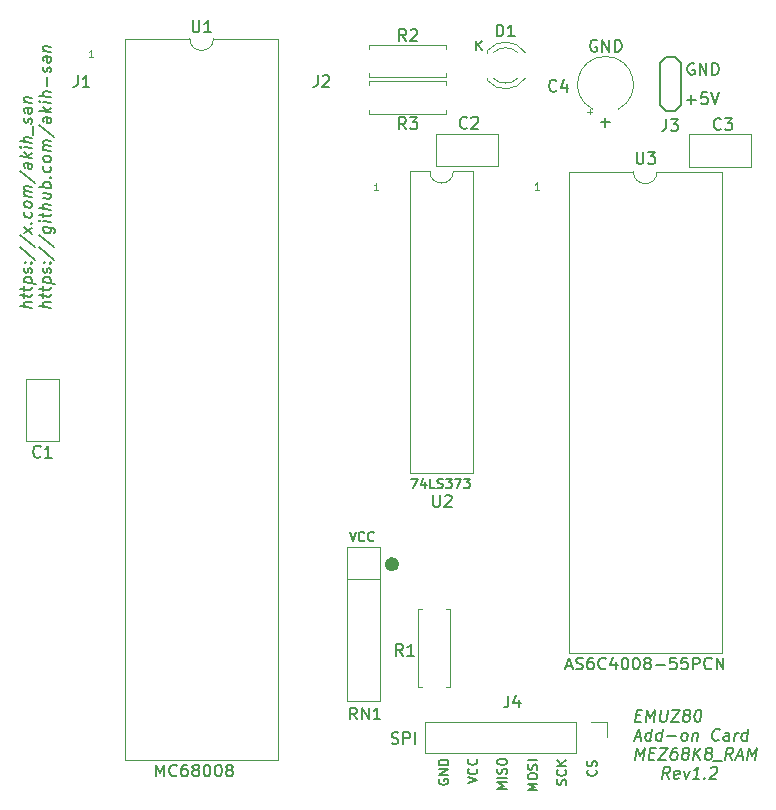
<source format=gto>
%TF.GenerationSoftware,KiCad,Pcbnew,7.0.8*%
%TF.CreationDate,2024-06-12T14:18:58+09:00*%
%TF.ProjectId,MEZ68K8_RAM,4d455a36-384b-4385-9f52-414d2e6b6963,Rev 1.2*%
%TF.SameCoordinates,PX65317e4PY8319cac*%
%TF.FileFunction,Legend,Top*%
%TF.FilePolarity,Positive*%
%FSLAX46Y46*%
G04 Gerber Fmt 4.6, Leading zero omitted, Abs format (unit mm)*
G04 Created by KiCad (PCBNEW 7.0.8) date 2024-06-12 14:18:58*
%MOMM*%
%LPD*%
G01*
G04 APERTURE LIST*
%ADD10C,0.200000*%
%ADD11C,0.634135*%
%ADD12C,0.150000*%
%ADD13C,0.120000*%
%ADD14C,0.160000*%
G04 APERTURE END LIST*
D10*
X53139197Y7236591D02*
X53472530Y7236591D01*
X53549911Y6712781D02*
X53073720Y6712781D01*
X53073720Y6712781D02*
X53198720Y7712781D01*
X53198720Y7712781D02*
X53674911Y7712781D01*
X53978482Y6712781D02*
X54103482Y7712781D01*
X54103482Y7712781D02*
X54347530Y6998496D01*
X54347530Y6998496D02*
X54770149Y7712781D01*
X54770149Y7712781D02*
X54645149Y6712781D01*
X55246339Y7712781D02*
X55145149Y6903258D01*
X55145149Y6903258D02*
X55180863Y6808020D01*
X55180863Y6808020D02*
X55222530Y6760400D01*
X55222530Y6760400D02*
X55311816Y6712781D01*
X55311816Y6712781D02*
X55502292Y6712781D01*
X55502292Y6712781D02*
X55603482Y6760400D01*
X55603482Y6760400D02*
X55657054Y6808020D01*
X55657054Y6808020D02*
X55716577Y6903258D01*
X55716577Y6903258D02*
X55817768Y7712781D01*
X56198720Y7712781D02*
X56865387Y7712781D01*
X56865387Y7712781D02*
X56073720Y6712781D01*
X56073720Y6712781D02*
X56740387Y6712781D01*
X57335625Y7284210D02*
X57246339Y7331829D01*
X57246339Y7331829D02*
X57204673Y7379448D01*
X57204673Y7379448D02*
X57168958Y7474686D01*
X57168958Y7474686D02*
X57174911Y7522305D01*
X57174911Y7522305D02*
X57234435Y7617543D01*
X57234435Y7617543D02*
X57288006Y7665162D01*
X57288006Y7665162D02*
X57389197Y7712781D01*
X57389197Y7712781D02*
X57579673Y7712781D01*
X57579673Y7712781D02*
X57668958Y7665162D01*
X57668958Y7665162D02*
X57710625Y7617543D01*
X57710625Y7617543D02*
X57746339Y7522305D01*
X57746339Y7522305D02*
X57740387Y7474686D01*
X57740387Y7474686D02*
X57680863Y7379448D01*
X57680863Y7379448D02*
X57627292Y7331829D01*
X57627292Y7331829D02*
X57526101Y7284210D01*
X57526101Y7284210D02*
X57335625Y7284210D01*
X57335625Y7284210D02*
X57234435Y7236591D01*
X57234435Y7236591D02*
X57180863Y7188972D01*
X57180863Y7188972D02*
X57121339Y7093734D01*
X57121339Y7093734D02*
X57097530Y6903258D01*
X57097530Y6903258D02*
X57133244Y6808020D01*
X57133244Y6808020D02*
X57174911Y6760400D01*
X57174911Y6760400D02*
X57264197Y6712781D01*
X57264197Y6712781D02*
X57454673Y6712781D01*
X57454673Y6712781D02*
X57555863Y6760400D01*
X57555863Y6760400D02*
X57609435Y6808020D01*
X57609435Y6808020D02*
X57668958Y6903258D01*
X57668958Y6903258D02*
X57692768Y7093734D01*
X57692768Y7093734D02*
X57657054Y7188972D01*
X57657054Y7188972D02*
X57615387Y7236591D01*
X57615387Y7236591D02*
X57526101Y7284210D01*
X58389197Y7712781D02*
X58484435Y7712781D01*
X58484435Y7712781D02*
X58573720Y7665162D01*
X58573720Y7665162D02*
X58615387Y7617543D01*
X58615387Y7617543D02*
X58651101Y7522305D01*
X58651101Y7522305D02*
X58674911Y7331829D01*
X58674911Y7331829D02*
X58645149Y7093734D01*
X58645149Y7093734D02*
X58573720Y6903258D01*
X58573720Y6903258D02*
X58514197Y6808020D01*
X58514197Y6808020D02*
X58460625Y6760400D01*
X58460625Y6760400D02*
X58359435Y6712781D01*
X58359435Y6712781D02*
X58264197Y6712781D01*
X58264197Y6712781D02*
X58174911Y6760400D01*
X58174911Y6760400D02*
X58133244Y6808020D01*
X58133244Y6808020D02*
X58097530Y6903258D01*
X58097530Y6903258D02*
X58073720Y7093734D01*
X58073720Y7093734D02*
X58103482Y7331829D01*
X58103482Y7331829D02*
X58174911Y7522305D01*
X58174911Y7522305D02*
X58234435Y7617543D01*
X58234435Y7617543D02*
X58288006Y7665162D01*
X58288006Y7665162D02*
X58389197Y7712781D01*
X53061816Y5388496D02*
X53538006Y5388496D01*
X52930863Y5102781D02*
X53389197Y6102781D01*
X53389197Y6102781D02*
X53597530Y5102781D01*
X54359435Y5102781D02*
X54484435Y6102781D01*
X54365387Y5150400D02*
X54264197Y5102781D01*
X54264197Y5102781D02*
X54073721Y5102781D01*
X54073721Y5102781D02*
X53984435Y5150400D01*
X53984435Y5150400D02*
X53942768Y5198020D01*
X53942768Y5198020D02*
X53907054Y5293258D01*
X53907054Y5293258D02*
X53942768Y5578972D01*
X53942768Y5578972D02*
X54002292Y5674210D01*
X54002292Y5674210D02*
X54055863Y5721829D01*
X54055863Y5721829D02*
X54157054Y5769448D01*
X54157054Y5769448D02*
X54347530Y5769448D01*
X54347530Y5769448D02*
X54436816Y5721829D01*
X55264197Y5102781D02*
X55389197Y6102781D01*
X55270149Y5150400D02*
X55168959Y5102781D01*
X55168959Y5102781D02*
X54978483Y5102781D01*
X54978483Y5102781D02*
X54889197Y5150400D01*
X54889197Y5150400D02*
X54847530Y5198020D01*
X54847530Y5198020D02*
X54811816Y5293258D01*
X54811816Y5293258D02*
X54847530Y5578972D01*
X54847530Y5578972D02*
X54907054Y5674210D01*
X54907054Y5674210D02*
X54960625Y5721829D01*
X54960625Y5721829D02*
X55061816Y5769448D01*
X55061816Y5769448D02*
X55252292Y5769448D01*
X55252292Y5769448D02*
X55341578Y5721829D01*
X55788006Y5483734D02*
X56549911Y5483734D01*
X57121340Y5102781D02*
X57032054Y5150400D01*
X57032054Y5150400D02*
X56990387Y5198020D01*
X56990387Y5198020D02*
X56954673Y5293258D01*
X56954673Y5293258D02*
X56990387Y5578972D01*
X56990387Y5578972D02*
X57049911Y5674210D01*
X57049911Y5674210D02*
X57103482Y5721829D01*
X57103482Y5721829D02*
X57204673Y5769448D01*
X57204673Y5769448D02*
X57347530Y5769448D01*
X57347530Y5769448D02*
X57436816Y5721829D01*
X57436816Y5721829D02*
X57478482Y5674210D01*
X57478482Y5674210D02*
X57514197Y5578972D01*
X57514197Y5578972D02*
X57478482Y5293258D01*
X57478482Y5293258D02*
X57418959Y5198020D01*
X57418959Y5198020D02*
X57365387Y5150400D01*
X57365387Y5150400D02*
X57264197Y5102781D01*
X57264197Y5102781D02*
X57121340Y5102781D01*
X57966578Y5769448D02*
X57883244Y5102781D01*
X57954673Y5674210D02*
X58008244Y5721829D01*
X58008244Y5721829D02*
X58109435Y5769448D01*
X58109435Y5769448D02*
X58252292Y5769448D01*
X58252292Y5769448D02*
X58341578Y5721829D01*
X58341578Y5721829D02*
X58377292Y5626591D01*
X58377292Y5626591D02*
X58311816Y5102781D01*
X60133245Y5198020D02*
X60079673Y5150400D01*
X60079673Y5150400D02*
X59930864Y5102781D01*
X59930864Y5102781D02*
X59835626Y5102781D01*
X59835626Y5102781D02*
X59698721Y5150400D01*
X59698721Y5150400D02*
X59615388Y5245639D01*
X59615388Y5245639D02*
X59579673Y5340877D01*
X59579673Y5340877D02*
X59555864Y5531353D01*
X59555864Y5531353D02*
X59573721Y5674210D01*
X59573721Y5674210D02*
X59645149Y5864686D01*
X59645149Y5864686D02*
X59704673Y5959924D01*
X59704673Y5959924D02*
X59811816Y6055162D01*
X59811816Y6055162D02*
X59960626Y6102781D01*
X59960626Y6102781D02*
X60055864Y6102781D01*
X60055864Y6102781D02*
X60192769Y6055162D01*
X60192769Y6055162D02*
X60234435Y6007543D01*
X60978483Y5102781D02*
X61043959Y5626591D01*
X61043959Y5626591D02*
X61008245Y5721829D01*
X61008245Y5721829D02*
X60918959Y5769448D01*
X60918959Y5769448D02*
X60728483Y5769448D01*
X60728483Y5769448D02*
X60627292Y5721829D01*
X60984435Y5150400D02*
X60883245Y5102781D01*
X60883245Y5102781D02*
X60645149Y5102781D01*
X60645149Y5102781D02*
X60555864Y5150400D01*
X60555864Y5150400D02*
X60520149Y5245639D01*
X60520149Y5245639D02*
X60532054Y5340877D01*
X60532054Y5340877D02*
X60591578Y5436115D01*
X60591578Y5436115D02*
X60692769Y5483734D01*
X60692769Y5483734D02*
X60930864Y5483734D01*
X60930864Y5483734D02*
X61032054Y5531353D01*
X61454673Y5102781D02*
X61538007Y5769448D01*
X61514197Y5578972D02*
X61573721Y5674210D01*
X61573721Y5674210D02*
X61627292Y5721829D01*
X61627292Y5721829D02*
X61728483Y5769448D01*
X61728483Y5769448D02*
X61823721Y5769448D01*
X62502293Y5102781D02*
X62627293Y6102781D01*
X62508245Y5150400D02*
X62407055Y5102781D01*
X62407055Y5102781D02*
X62216579Y5102781D01*
X62216579Y5102781D02*
X62127293Y5150400D01*
X62127293Y5150400D02*
X62085626Y5198020D01*
X62085626Y5198020D02*
X62049912Y5293258D01*
X62049912Y5293258D02*
X62085626Y5578972D01*
X62085626Y5578972D02*
X62145150Y5674210D01*
X62145150Y5674210D02*
X62198721Y5721829D01*
X62198721Y5721829D02*
X62299912Y5769448D01*
X62299912Y5769448D02*
X62490388Y5769448D01*
X62490388Y5769448D02*
X62579674Y5721829D01*
X53073720Y3492781D02*
X53198720Y4492781D01*
X53198720Y4492781D02*
X53442768Y3778496D01*
X53442768Y3778496D02*
X53865387Y4492781D01*
X53865387Y4492781D02*
X53740387Y3492781D01*
X54282054Y4016591D02*
X54615387Y4016591D01*
X54692768Y3492781D02*
X54216577Y3492781D01*
X54216577Y3492781D02*
X54341577Y4492781D01*
X54341577Y4492781D02*
X54817768Y4492781D01*
X55151101Y4492781D02*
X55817768Y4492781D01*
X55817768Y4492781D02*
X55026101Y3492781D01*
X55026101Y3492781D02*
X55692768Y3492781D01*
X56627292Y4492781D02*
X56436816Y4492781D01*
X56436816Y4492781D02*
X56335625Y4445162D01*
X56335625Y4445162D02*
X56282054Y4397543D01*
X56282054Y4397543D02*
X56168958Y4254686D01*
X56168958Y4254686D02*
X56097530Y4064210D01*
X56097530Y4064210D02*
X56049911Y3683258D01*
X56049911Y3683258D02*
X56085625Y3588020D01*
X56085625Y3588020D02*
X56127292Y3540400D01*
X56127292Y3540400D02*
X56216578Y3492781D01*
X56216578Y3492781D02*
X56407054Y3492781D01*
X56407054Y3492781D02*
X56508244Y3540400D01*
X56508244Y3540400D02*
X56561816Y3588020D01*
X56561816Y3588020D02*
X56621339Y3683258D01*
X56621339Y3683258D02*
X56651101Y3921353D01*
X56651101Y3921353D02*
X56615387Y4016591D01*
X56615387Y4016591D02*
X56573720Y4064210D01*
X56573720Y4064210D02*
X56484435Y4111829D01*
X56484435Y4111829D02*
X56293958Y4111829D01*
X56293958Y4111829D02*
X56192768Y4064210D01*
X56192768Y4064210D02*
X56139197Y4016591D01*
X56139197Y4016591D02*
X56079673Y3921353D01*
X57240387Y4064210D02*
X57151101Y4111829D01*
X57151101Y4111829D02*
X57109435Y4159448D01*
X57109435Y4159448D02*
X57073720Y4254686D01*
X57073720Y4254686D02*
X57079673Y4302305D01*
X57079673Y4302305D02*
X57139197Y4397543D01*
X57139197Y4397543D02*
X57192768Y4445162D01*
X57192768Y4445162D02*
X57293959Y4492781D01*
X57293959Y4492781D02*
X57484435Y4492781D01*
X57484435Y4492781D02*
X57573720Y4445162D01*
X57573720Y4445162D02*
X57615387Y4397543D01*
X57615387Y4397543D02*
X57651101Y4302305D01*
X57651101Y4302305D02*
X57645149Y4254686D01*
X57645149Y4254686D02*
X57585625Y4159448D01*
X57585625Y4159448D02*
X57532054Y4111829D01*
X57532054Y4111829D02*
X57430863Y4064210D01*
X57430863Y4064210D02*
X57240387Y4064210D01*
X57240387Y4064210D02*
X57139197Y4016591D01*
X57139197Y4016591D02*
X57085625Y3968972D01*
X57085625Y3968972D02*
X57026101Y3873734D01*
X57026101Y3873734D02*
X57002292Y3683258D01*
X57002292Y3683258D02*
X57038006Y3588020D01*
X57038006Y3588020D02*
X57079673Y3540400D01*
X57079673Y3540400D02*
X57168959Y3492781D01*
X57168959Y3492781D02*
X57359435Y3492781D01*
X57359435Y3492781D02*
X57460625Y3540400D01*
X57460625Y3540400D02*
X57514197Y3588020D01*
X57514197Y3588020D02*
X57573720Y3683258D01*
X57573720Y3683258D02*
X57597530Y3873734D01*
X57597530Y3873734D02*
X57561816Y3968972D01*
X57561816Y3968972D02*
X57520149Y4016591D01*
X57520149Y4016591D02*
X57430863Y4064210D01*
X57978482Y3492781D02*
X58103482Y4492781D01*
X58549911Y3492781D02*
X58192768Y4064210D01*
X58674911Y4492781D02*
X58032054Y3921353D01*
X59192768Y4064210D02*
X59103482Y4111829D01*
X59103482Y4111829D02*
X59061816Y4159448D01*
X59061816Y4159448D02*
X59026101Y4254686D01*
X59026101Y4254686D02*
X59032054Y4302305D01*
X59032054Y4302305D02*
X59091578Y4397543D01*
X59091578Y4397543D02*
X59145149Y4445162D01*
X59145149Y4445162D02*
X59246340Y4492781D01*
X59246340Y4492781D02*
X59436816Y4492781D01*
X59436816Y4492781D02*
X59526101Y4445162D01*
X59526101Y4445162D02*
X59567768Y4397543D01*
X59567768Y4397543D02*
X59603482Y4302305D01*
X59603482Y4302305D02*
X59597530Y4254686D01*
X59597530Y4254686D02*
X59538006Y4159448D01*
X59538006Y4159448D02*
X59484435Y4111829D01*
X59484435Y4111829D02*
X59383244Y4064210D01*
X59383244Y4064210D02*
X59192768Y4064210D01*
X59192768Y4064210D02*
X59091578Y4016591D01*
X59091578Y4016591D02*
X59038006Y3968972D01*
X59038006Y3968972D02*
X58978482Y3873734D01*
X58978482Y3873734D02*
X58954673Y3683258D01*
X58954673Y3683258D02*
X58990387Y3588020D01*
X58990387Y3588020D02*
X59032054Y3540400D01*
X59032054Y3540400D02*
X59121340Y3492781D01*
X59121340Y3492781D02*
X59311816Y3492781D01*
X59311816Y3492781D02*
X59413006Y3540400D01*
X59413006Y3540400D02*
X59466578Y3588020D01*
X59466578Y3588020D02*
X59526101Y3683258D01*
X59526101Y3683258D02*
X59549911Y3873734D01*
X59549911Y3873734D02*
X59514197Y3968972D01*
X59514197Y3968972D02*
X59472530Y4016591D01*
X59472530Y4016591D02*
X59383244Y4064210D01*
X59680863Y3397543D02*
X60442768Y3397543D01*
X61264197Y3492781D02*
X60990387Y3968972D01*
X60692768Y3492781D02*
X60817768Y4492781D01*
X60817768Y4492781D02*
X61198721Y4492781D01*
X61198721Y4492781D02*
X61288006Y4445162D01*
X61288006Y4445162D02*
X61329673Y4397543D01*
X61329673Y4397543D02*
X61365387Y4302305D01*
X61365387Y4302305D02*
X61347530Y4159448D01*
X61347530Y4159448D02*
X61288006Y4064210D01*
X61288006Y4064210D02*
X61234435Y4016591D01*
X61234435Y4016591D02*
X61133245Y3968972D01*
X61133245Y3968972D02*
X60752292Y3968972D01*
X61680864Y3778496D02*
X62157054Y3778496D01*
X61549911Y3492781D02*
X62008245Y4492781D01*
X62008245Y4492781D02*
X62216578Y3492781D01*
X62549911Y3492781D02*
X62674911Y4492781D01*
X62674911Y4492781D02*
X62918959Y3778496D01*
X62918959Y3778496D02*
X63341578Y4492781D01*
X63341578Y4492781D02*
X63216578Y3492781D01*
X55930864Y1882781D02*
X55657054Y2358972D01*
X55359435Y1882781D02*
X55484435Y2882781D01*
X55484435Y2882781D02*
X55865388Y2882781D01*
X55865388Y2882781D02*
X55954673Y2835162D01*
X55954673Y2835162D02*
X55996340Y2787543D01*
X55996340Y2787543D02*
X56032054Y2692305D01*
X56032054Y2692305D02*
X56014197Y2549448D01*
X56014197Y2549448D02*
X55954673Y2454210D01*
X55954673Y2454210D02*
X55901102Y2406591D01*
X55901102Y2406591D02*
X55799912Y2358972D01*
X55799912Y2358972D02*
X55418959Y2358972D01*
X56746340Y1930400D02*
X56645150Y1882781D01*
X56645150Y1882781D02*
X56454673Y1882781D01*
X56454673Y1882781D02*
X56365388Y1930400D01*
X56365388Y1930400D02*
X56329673Y2025639D01*
X56329673Y2025639D02*
X56377293Y2406591D01*
X56377293Y2406591D02*
X56436816Y2501829D01*
X56436816Y2501829D02*
X56538007Y2549448D01*
X56538007Y2549448D02*
X56728483Y2549448D01*
X56728483Y2549448D02*
X56817769Y2501829D01*
X56817769Y2501829D02*
X56853483Y2406591D01*
X56853483Y2406591D02*
X56841578Y2311353D01*
X56841578Y2311353D02*
X56353483Y2216115D01*
X57204674Y2549448D02*
X57359436Y1882781D01*
X57359436Y1882781D02*
X57680864Y2549448D01*
X58502293Y1882781D02*
X57930864Y1882781D01*
X58216579Y1882781D02*
X58341579Y2882781D01*
X58341579Y2882781D02*
X58228483Y2739924D01*
X58228483Y2739924D02*
X58121341Y2644686D01*
X58121341Y2644686D02*
X58020150Y2597067D01*
X58942769Y1978020D02*
X58984436Y1930400D01*
X58984436Y1930400D02*
X58930864Y1882781D01*
X58930864Y1882781D02*
X58889198Y1930400D01*
X58889198Y1930400D02*
X58942769Y1978020D01*
X58942769Y1978020D02*
X58930864Y1882781D01*
X59472531Y2787543D02*
X59526102Y2835162D01*
X59526102Y2835162D02*
X59627292Y2882781D01*
X59627292Y2882781D02*
X59865388Y2882781D01*
X59865388Y2882781D02*
X59954673Y2835162D01*
X59954673Y2835162D02*
X59996340Y2787543D01*
X59996340Y2787543D02*
X60032054Y2692305D01*
X60032054Y2692305D02*
X60020150Y2597067D01*
X60020150Y2597067D02*
X59954673Y2454210D01*
X59954673Y2454210D02*
X59311816Y1882781D01*
X59311816Y1882781D02*
X59930864Y1882781D01*
D11*
X32787067Y20034135D02*
G75*
G03*
X32787067Y20034135I-317067J0D01*
G01*
D12*
X36452390Y1828208D02*
X36414295Y1752018D01*
X36414295Y1752018D02*
X36414295Y1637732D01*
X36414295Y1637732D02*
X36452390Y1523446D01*
X36452390Y1523446D02*
X36528580Y1447256D01*
X36528580Y1447256D02*
X36604771Y1409161D01*
X36604771Y1409161D02*
X36757152Y1371065D01*
X36757152Y1371065D02*
X36871438Y1371065D01*
X36871438Y1371065D02*
X37023819Y1409161D01*
X37023819Y1409161D02*
X37100009Y1447256D01*
X37100009Y1447256D02*
X37176200Y1523446D01*
X37176200Y1523446D02*
X37214295Y1637732D01*
X37214295Y1637732D02*
X37214295Y1713923D01*
X37214295Y1713923D02*
X37176200Y1828208D01*
X37176200Y1828208D02*
X37138104Y1866304D01*
X37138104Y1866304D02*
X36871438Y1866304D01*
X36871438Y1866304D02*
X36871438Y1713923D01*
X37214295Y2209161D02*
X36414295Y2209161D01*
X36414295Y2209161D02*
X37214295Y2666304D01*
X37214295Y2666304D02*
X36414295Y2666304D01*
X37214295Y3047256D02*
X36414295Y3047256D01*
X36414295Y3047256D02*
X36414295Y3237732D01*
X36414295Y3237732D02*
X36452390Y3352018D01*
X36452390Y3352018D02*
X36528580Y3428208D01*
X36528580Y3428208D02*
X36604771Y3466303D01*
X36604771Y3466303D02*
X36757152Y3504399D01*
X36757152Y3504399D02*
X36871438Y3504399D01*
X36871438Y3504399D02*
X37023819Y3466303D01*
X37023819Y3466303D02*
X37100009Y3428208D01*
X37100009Y3428208D02*
X37176200Y3352018D01*
X37176200Y3352018D02*
X37214295Y3237732D01*
X37214295Y3237732D02*
X37214295Y3047256D01*
D10*
X50159673Y57443734D02*
X50921578Y57443734D01*
X50540625Y57062781D02*
X50540625Y57824686D01*
D13*
X44906089Y51759669D02*
X44563232Y51759669D01*
X44734661Y51759669D02*
X44734661Y52359669D01*
X44734661Y52359669D02*
X44677518Y52273955D01*
X44677518Y52273955D02*
X44620375Y52216812D01*
X44620375Y52216812D02*
X44563232Y52188240D01*
D12*
X47196200Y1371065D02*
X47234295Y1485351D01*
X47234295Y1485351D02*
X47234295Y1675827D01*
X47234295Y1675827D02*
X47196200Y1752018D01*
X47196200Y1752018D02*
X47158104Y1790113D01*
X47158104Y1790113D02*
X47081914Y1828208D01*
X47081914Y1828208D02*
X47005723Y1828208D01*
X47005723Y1828208D02*
X46929533Y1790113D01*
X46929533Y1790113D02*
X46891438Y1752018D01*
X46891438Y1752018D02*
X46853342Y1675827D01*
X46853342Y1675827D02*
X46815247Y1523446D01*
X46815247Y1523446D02*
X46777152Y1447256D01*
X46777152Y1447256D02*
X46739057Y1409161D01*
X46739057Y1409161D02*
X46662866Y1371065D01*
X46662866Y1371065D02*
X46586676Y1371065D01*
X46586676Y1371065D02*
X46510485Y1409161D01*
X46510485Y1409161D02*
X46472390Y1447256D01*
X46472390Y1447256D02*
X46434295Y1523446D01*
X46434295Y1523446D02*
X46434295Y1713923D01*
X46434295Y1713923D02*
X46472390Y1828208D01*
X47158104Y2628209D02*
X47196200Y2590113D01*
X47196200Y2590113D02*
X47234295Y2475828D01*
X47234295Y2475828D02*
X47234295Y2399637D01*
X47234295Y2399637D02*
X47196200Y2285351D01*
X47196200Y2285351D02*
X47120009Y2209161D01*
X47120009Y2209161D02*
X47043819Y2171066D01*
X47043819Y2171066D02*
X46891438Y2132970D01*
X46891438Y2132970D02*
X46777152Y2132970D01*
X46777152Y2132970D02*
X46624771Y2171066D01*
X46624771Y2171066D02*
X46548580Y2209161D01*
X46548580Y2209161D02*
X46472390Y2285351D01*
X46472390Y2285351D02*
X46434295Y2399637D01*
X46434295Y2399637D02*
X46434295Y2475828D01*
X46434295Y2475828D02*
X46472390Y2590113D01*
X46472390Y2590113D02*
X46510485Y2628209D01*
X47234295Y2971066D02*
X46434295Y2971066D01*
X47234295Y3428209D02*
X46777152Y3085351D01*
X46434295Y3428209D02*
X46891438Y2971066D01*
X49718104Y2626304D02*
X49756200Y2588208D01*
X49756200Y2588208D02*
X49794295Y2473923D01*
X49794295Y2473923D02*
X49794295Y2397732D01*
X49794295Y2397732D02*
X49756200Y2283446D01*
X49756200Y2283446D02*
X49680009Y2207256D01*
X49680009Y2207256D02*
X49603819Y2169161D01*
X49603819Y2169161D02*
X49451438Y2131065D01*
X49451438Y2131065D02*
X49337152Y2131065D01*
X49337152Y2131065D02*
X49184771Y2169161D01*
X49184771Y2169161D02*
X49108580Y2207256D01*
X49108580Y2207256D02*
X49032390Y2283446D01*
X49032390Y2283446D02*
X48994295Y2397732D01*
X48994295Y2397732D02*
X48994295Y2473923D01*
X48994295Y2473923D02*
X49032390Y2588208D01*
X49032390Y2588208D02*
X49070485Y2626304D01*
X49756200Y2931065D02*
X49794295Y3045351D01*
X49794295Y3045351D02*
X49794295Y3235827D01*
X49794295Y3235827D02*
X49756200Y3312018D01*
X49756200Y3312018D02*
X49718104Y3350113D01*
X49718104Y3350113D02*
X49641914Y3388208D01*
X49641914Y3388208D02*
X49565723Y3388208D01*
X49565723Y3388208D02*
X49489533Y3350113D01*
X49489533Y3350113D02*
X49451438Y3312018D01*
X49451438Y3312018D02*
X49413342Y3235827D01*
X49413342Y3235827D02*
X49375247Y3083446D01*
X49375247Y3083446D02*
X49337152Y3007256D01*
X49337152Y3007256D02*
X49299057Y2969161D01*
X49299057Y2969161D02*
X49222866Y2931065D01*
X49222866Y2931065D02*
X49146676Y2931065D01*
X49146676Y2931065D02*
X49070485Y2969161D01*
X49070485Y2969161D02*
X49032390Y3007256D01*
X49032390Y3007256D02*
X48994295Y3083446D01*
X48994295Y3083446D02*
X48994295Y3273923D01*
X48994295Y3273923D02*
X49032390Y3388208D01*
D10*
X47192054Y11418496D02*
X47668244Y11418496D01*
X47096816Y11132781D02*
X47430149Y12132781D01*
X47430149Y12132781D02*
X47763482Y11132781D01*
X48049197Y11180400D02*
X48192054Y11132781D01*
X48192054Y11132781D02*
X48430149Y11132781D01*
X48430149Y11132781D02*
X48525387Y11180400D01*
X48525387Y11180400D02*
X48573006Y11228020D01*
X48573006Y11228020D02*
X48620625Y11323258D01*
X48620625Y11323258D02*
X48620625Y11418496D01*
X48620625Y11418496D02*
X48573006Y11513734D01*
X48573006Y11513734D02*
X48525387Y11561353D01*
X48525387Y11561353D02*
X48430149Y11608972D01*
X48430149Y11608972D02*
X48239673Y11656591D01*
X48239673Y11656591D02*
X48144435Y11704210D01*
X48144435Y11704210D02*
X48096816Y11751829D01*
X48096816Y11751829D02*
X48049197Y11847067D01*
X48049197Y11847067D02*
X48049197Y11942305D01*
X48049197Y11942305D02*
X48096816Y12037543D01*
X48096816Y12037543D02*
X48144435Y12085162D01*
X48144435Y12085162D02*
X48239673Y12132781D01*
X48239673Y12132781D02*
X48477768Y12132781D01*
X48477768Y12132781D02*
X48620625Y12085162D01*
X49477768Y12132781D02*
X49287292Y12132781D01*
X49287292Y12132781D02*
X49192054Y12085162D01*
X49192054Y12085162D02*
X49144435Y12037543D01*
X49144435Y12037543D02*
X49049197Y11894686D01*
X49049197Y11894686D02*
X49001578Y11704210D01*
X49001578Y11704210D02*
X49001578Y11323258D01*
X49001578Y11323258D02*
X49049197Y11228020D01*
X49049197Y11228020D02*
X49096816Y11180400D01*
X49096816Y11180400D02*
X49192054Y11132781D01*
X49192054Y11132781D02*
X49382530Y11132781D01*
X49382530Y11132781D02*
X49477768Y11180400D01*
X49477768Y11180400D02*
X49525387Y11228020D01*
X49525387Y11228020D02*
X49573006Y11323258D01*
X49573006Y11323258D02*
X49573006Y11561353D01*
X49573006Y11561353D02*
X49525387Y11656591D01*
X49525387Y11656591D02*
X49477768Y11704210D01*
X49477768Y11704210D02*
X49382530Y11751829D01*
X49382530Y11751829D02*
X49192054Y11751829D01*
X49192054Y11751829D02*
X49096816Y11704210D01*
X49096816Y11704210D02*
X49049197Y11656591D01*
X49049197Y11656591D02*
X49001578Y11561353D01*
X50573006Y11228020D02*
X50525387Y11180400D01*
X50525387Y11180400D02*
X50382530Y11132781D01*
X50382530Y11132781D02*
X50287292Y11132781D01*
X50287292Y11132781D02*
X50144435Y11180400D01*
X50144435Y11180400D02*
X50049197Y11275639D01*
X50049197Y11275639D02*
X50001578Y11370877D01*
X50001578Y11370877D02*
X49953959Y11561353D01*
X49953959Y11561353D02*
X49953959Y11704210D01*
X49953959Y11704210D02*
X50001578Y11894686D01*
X50001578Y11894686D02*
X50049197Y11989924D01*
X50049197Y11989924D02*
X50144435Y12085162D01*
X50144435Y12085162D02*
X50287292Y12132781D01*
X50287292Y12132781D02*
X50382530Y12132781D01*
X50382530Y12132781D02*
X50525387Y12085162D01*
X50525387Y12085162D02*
X50573006Y12037543D01*
X51430149Y11799448D02*
X51430149Y11132781D01*
X51192054Y12180400D02*
X50953959Y11466115D01*
X50953959Y11466115D02*
X51573006Y11466115D01*
X52144435Y12132781D02*
X52239673Y12132781D01*
X52239673Y12132781D02*
X52334911Y12085162D01*
X52334911Y12085162D02*
X52382530Y12037543D01*
X52382530Y12037543D02*
X52430149Y11942305D01*
X52430149Y11942305D02*
X52477768Y11751829D01*
X52477768Y11751829D02*
X52477768Y11513734D01*
X52477768Y11513734D02*
X52430149Y11323258D01*
X52430149Y11323258D02*
X52382530Y11228020D01*
X52382530Y11228020D02*
X52334911Y11180400D01*
X52334911Y11180400D02*
X52239673Y11132781D01*
X52239673Y11132781D02*
X52144435Y11132781D01*
X52144435Y11132781D02*
X52049197Y11180400D01*
X52049197Y11180400D02*
X52001578Y11228020D01*
X52001578Y11228020D02*
X51953959Y11323258D01*
X51953959Y11323258D02*
X51906340Y11513734D01*
X51906340Y11513734D02*
X51906340Y11751829D01*
X51906340Y11751829D02*
X51953959Y11942305D01*
X51953959Y11942305D02*
X52001578Y12037543D01*
X52001578Y12037543D02*
X52049197Y12085162D01*
X52049197Y12085162D02*
X52144435Y12132781D01*
X53096816Y12132781D02*
X53192054Y12132781D01*
X53192054Y12132781D02*
X53287292Y12085162D01*
X53287292Y12085162D02*
X53334911Y12037543D01*
X53334911Y12037543D02*
X53382530Y11942305D01*
X53382530Y11942305D02*
X53430149Y11751829D01*
X53430149Y11751829D02*
X53430149Y11513734D01*
X53430149Y11513734D02*
X53382530Y11323258D01*
X53382530Y11323258D02*
X53334911Y11228020D01*
X53334911Y11228020D02*
X53287292Y11180400D01*
X53287292Y11180400D02*
X53192054Y11132781D01*
X53192054Y11132781D02*
X53096816Y11132781D01*
X53096816Y11132781D02*
X53001578Y11180400D01*
X53001578Y11180400D02*
X52953959Y11228020D01*
X52953959Y11228020D02*
X52906340Y11323258D01*
X52906340Y11323258D02*
X52858721Y11513734D01*
X52858721Y11513734D02*
X52858721Y11751829D01*
X52858721Y11751829D02*
X52906340Y11942305D01*
X52906340Y11942305D02*
X52953959Y12037543D01*
X52953959Y12037543D02*
X53001578Y12085162D01*
X53001578Y12085162D02*
X53096816Y12132781D01*
X54001578Y11704210D02*
X53906340Y11751829D01*
X53906340Y11751829D02*
X53858721Y11799448D01*
X53858721Y11799448D02*
X53811102Y11894686D01*
X53811102Y11894686D02*
X53811102Y11942305D01*
X53811102Y11942305D02*
X53858721Y12037543D01*
X53858721Y12037543D02*
X53906340Y12085162D01*
X53906340Y12085162D02*
X54001578Y12132781D01*
X54001578Y12132781D02*
X54192054Y12132781D01*
X54192054Y12132781D02*
X54287292Y12085162D01*
X54287292Y12085162D02*
X54334911Y12037543D01*
X54334911Y12037543D02*
X54382530Y11942305D01*
X54382530Y11942305D02*
X54382530Y11894686D01*
X54382530Y11894686D02*
X54334911Y11799448D01*
X54334911Y11799448D02*
X54287292Y11751829D01*
X54287292Y11751829D02*
X54192054Y11704210D01*
X54192054Y11704210D02*
X54001578Y11704210D01*
X54001578Y11704210D02*
X53906340Y11656591D01*
X53906340Y11656591D02*
X53858721Y11608972D01*
X53858721Y11608972D02*
X53811102Y11513734D01*
X53811102Y11513734D02*
X53811102Y11323258D01*
X53811102Y11323258D02*
X53858721Y11228020D01*
X53858721Y11228020D02*
X53906340Y11180400D01*
X53906340Y11180400D02*
X54001578Y11132781D01*
X54001578Y11132781D02*
X54192054Y11132781D01*
X54192054Y11132781D02*
X54287292Y11180400D01*
X54287292Y11180400D02*
X54334911Y11228020D01*
X54334911Y11228020D02*
X54382530Y11323258D01*
X54382530Y11323258D02*
X54382530Y11513734D01*
X54382530Y11513734D02*
X54334911Y11608972D01*
X54334911Y11608972D02*
X54287292Y11656591D01*
X54287292Y11656591D02*
X54192054Y11704210D01*
X54811102Y11513734D02*
X55573007Y11513734D01*
X56525387Y12132781D02*
X56049197Y12132781D01*
X56049197Y12132781D02*
X56001578Y11656591D01*
X56001578Y11656591D02*
X56049197Y11704210D01*
X56049197Y11704210D02*
X56144435Y11751829D01*
X56144435Y11751829D02*
X56382530Y11751829D01*
X56382530Y11751829D02*
X56477768Y11704210D01*
X56477768Y11704210D02*
X56525387Y11656591D01*
X56525387Y11656591D02*
X56573006Y11561353D01*
X56573006Y11561353D02*
X56573006Y11323258D01*
X56573006Y11323258D02*
X56525387Y11228020D01*
X56525387Y11228020D02*
X56477768Y11180400D01*
X56477768Y11180400D02*
X56382530Y11132781D01*
X56382530Y11132781D02*
X56144435Y11132781D01*
X56144435Y11132781D02*
X56049197Y11180400D01*
X56049197Y11180400D02*
X56001578Y11228020D01*
X57477768Y12132781D02*
X57001578Y12132781D01*
X57001578Y12132781D02*
X56953959Y11656591D01*
X56953959Y11656591D02*
X57001578Y11704210D01*
X57001578Y11704210D02*
X57096816Y11751829D01*
X57096816Y11751829D02*
X57334911Y11751829D01*
X57334911Y11751829D02*
X57430149Y11704210D01*
X57430149Y11704210D02*
X57477768Y11656591D01*
X57477768Y11656591D02*
X57525387Y11561353D01*
X57525387Y11561353D02*
X57525387Y11323258D01*
X57525387Y11323258D02*
X57477768Y11228020D01*
X57477768Y11228020D02*
X57430149Y11180400D01*
X57430149Y11180400D02*
X57334911Y11132781D01*
X57334911Y11132781D02*
X57096816Y11132781D01*
X57096816Y11132781D02*
X57001578Y11180400D01*
X57001578Y11180400D02*
X56953959Y11228020D01*
X57953959Y11132781D02*
X57953959Y12132781D01*
X57953959Y12132781D02*
X58334911Y12132781D01*
X58334911Y12132781D02*
X58430149Y12085162D01*
X58430149Y12085162D02*
X58477768Y12037543D01*
X58477768Y12037543D02*
X58525387Y11942305D01*
X58525387Y11942305D02*
X58525387Y11799448D01*
X58525387Y11799448D02*
X58477768Y11704210D01*
X58477768Y11704210D02*
X58430149Y11656591D01*
X58430149Y11656591D02*
X58334911Y11608972D01*
X58334911Y11608972D02*
X57953959Y11608972D01*
X59525387Y11228020D02*
X59477768Y11180400D01*
X59477768Y11180400D02*
X59334911Y11132781D01*
X59334911Y11132781D02*
X59239673Y11132781D01*
X59239673Y11132781D02*
X59096816Y11180400D01*
X59096816Y11180400D02*
X59001578Y11275639D01*
X59001578Y11275639D02*
X58953959Y11370877D01*
X58953959Y11370877D02*
X58906340Y11561353D01*
X58906340Y11561353D02*
X58906340Y11704210D01*
X58906340Y11704210D02*
X58953959Y11894686D01*
X58953959Y11894686D02*
X59001578Y11989924D01*
X59001578Y11989924D02*
X59096816Y12085162D01*
X59096816Y12085162D02*
X59239673Y12132781D01*
X59239673Y12132781D02*
X59334911Y12132781D01*
X59334911Y12132781D02*
X59477768Y12085162D01*
X59477768Y12085162D02*
X59525387Y12037543D01*
X59953959Y11132781D02*
X59953959Y12132781D01*
X59953959Y12132781D02*
X60525387Y11132781D01*
X60525387Y11132781D02*
X60525387Y12132781D01*
D12*
X38904295Y1484875D02*
X39704295Y1751542D01*
X39704295Y1751542D02*
X38904295Y2018208D01*
X39628104Y2742018D02*
X39666200Y2703922D01*
X39666200Y2703922D02*
X39704295Y2589637D01*
X39704295Y2589637D02*
X39704295Y2513446D01*
X39704295Y2513446D02*
X39666200Y2399160D01*
X39666200Y2399160D02*
X39590009Y2322970D01*
X39590009Y2322970D02*
X39513819Y2284875D01*
X39513819Y2284875D02*
X39361438Y2246779D01*
X39361438Y2246779D02*
X39247152Y2246779D01*
X39247152Y2246779D02*
X39094771Y2284875D01*
X39094771Y2284875D02*
X39018580Y2322970D01*
X39018580Y2322970D02*
X38942390Y2399160D01*
X38942390Y2399160D02*
X38904295Y2513446D01*
X38904295Y2513446D02*
X38904295Y2589637D01*
X38904295Y2589637D02*
X38942390Y2703922D01*
X38942390Y2703922D02*
X38980485Y2742018D01*
X39628104Y3542018D02*
X39666200Y3503922D01*
X39666200Y3503922D02*
X39704295Y3389637D01*
X39704295Y3389637D02*
X39704295Y3313446D01*
X39704295Y3313446D02*
X39666200Y3199160D01*
X39666200Y3199160D02*
X39590009Y3122970D01*
X39590009Y3122970D02*
X39513819Y3084875D01*
X39513819Y3084875D02*
X39361438Y3046779D01*
X39361438Y3046779D02*
X39247152Y3046779D01*
X39247152Y3046779D02*
X39094771Y3084875D01*
X39094771Y3084875D02*
X39018580Y3122970D01*
X39018580Y3122970D02*
X38942390Y3199160D01*
X38942390Y3199160D02*
X38904295Y3313446D01*
X38904295Y3313446D02*
X38904295Y3389637D01*
X38904295Y3389637D02*
X38942390Y3503922D01*
X38942390Y3503922D02*
X38980485Y3542018D01*
D14*
X34099548Y27286225D02*
X34632882Y27286225D01*
X34632882Y27286225D02*
X34290024Y26486225D01*
X35280501Y27019559D02*
X35280501Y26486225D01*
X35090025Y27324320D02*
X34899548Y26752892D01*
X34899548Y26752892D02*
X35394787Y26752892D01*
X36080501Y26486225D02*
X35699549Y26486225D01*
X35699549Y26486225D02*
X35699549Y27286225D01*
X36309072Y26524320D02*
X36423358Y26486225D01*
X36423358Y26486225D02*
X36613834Y26486225D01*
X36613834Y26486225D02*
X36690025Y26524320D01*
X36690025Y26524320D02*
X36728120Y26562416D01*
X36728120Y26562416D02*
X36766215Y26638606D01*
X36766215Y26638606D02*
X36766215Y26714797D01*
X36766215Y26714797D02*
X36728120Y26790987D01*
X36728120Y26790987D02*
X36690025Y26829082D01*
X36690025Y26829082D02*
X36613834Y26867178D01*
X36613834Y26867178D02*
X36461453Y26905273D01*
X36461453Y26905273D02*
X36385263Y26943368D01*
X36385263Y26943368D02*
X36347168Y26981463D01*
X36347168Y26981463D02*
X36309072Y27057654D01*
X36309072Y27057654D02*
X36309072Y27133844D01*
X36309072Y27133844D02*
X36347168Y27210035D01*
X36347168Y27210035D02*
X36385263Y27248130D01*
X36385263Y27248130D02*
X36461453Y27286225D01*
X36461453Y27286225D02*
X36651930Y27286225D01*
X36651930Y27286225D02*
X36766215Y27248130D01*
X37032882Y27286225D02*
X37528120Y27286225D01*
X37528120Y27286225D02*
X37261454Y26981463D01*
X37261454Y26981463D02*
X37375739Y26981463D01*
X37375739Y26981463D02*
X37451930Y26943368D01*
X37451930Y26943368D02*
X37490025Y26905273D01*
X37490025Y26905273D02*
X37528120Y26829082D01*
X37528120Y26829082D02*
X37528120Y26638606D01*
X37528120Y26638606D02*
X37490025Y26562416D01*
X37490025Y26562416D02*
X37451930Y26524320D01*
X37451930Y26524320D02*
X37375739Y26486225D01*
X37375739Y26486225D02*
X37147168Y26486225D01*
X37147168Y26486225D02*
X37070977Y26524320D01*
X37070977Y26524320D02*
X37032882Y26562416D01*
X37794787Y27286225D02*
X38328121Y27286225D01*
X38328121Y27286225D02*
X37985263Y26486225D01*
X38556692Y27286225D02*
X39051930Y27286225D01*
X39051930Y27286225D02*
X38785264Y26981463D01*
X38785264Y26981463D02*
X38899549Y26981463D01*
X38899549Y26981463D02*
X38975740Y26943368D01*
X38975740Y26943368D02*
X39013835Y26905273D01*
X39013835Y26905273D02*
X39051930Y26829082D01*
X39051930Y26829082D02*
X39051930Y26638606D01*
X39051930Y26638606D02*
X39013835Y26562416D01*
X39013835Y26562416D02*
X38975740Y26524320D01*
X38975740Y26524320D02*
X38899549Y26486225D01*
X38899549Y26486225D02*
X38670978Y26486225D01*
X38670978Y26486225D02*
X38594787Y26524320D01*
X38594787Y26524320D02*
X38556692Y26562416D01*
D13*
X7176089Y63009669D02*
X6833232Y63009669D01*
X7004661Y63009669D02*
X7004661Y63609669D01*
X7004661Y63609669D02*
X6947518Y63523955D01*
X6947518Y63523955D02*
X6890375Y63466812D01*
X6890375Y63466812D02*
X6833232Y63438240D01*
D14*
X28881453Y22796225D02*
X29148120Y21996225D01*
X29148120Y21996225D02*
X29414786Y22796225D01*
X30138596Y22072416D02*
X30100500Y22034320D01*
X30100500Y22034320D02*
X29986215Y21996225D01*
X29986215Y21996225D02*
X29910024Y21996225D01*
X29910024Y21996225D02*
X29795738Y22034320D01*
X29795738Y22034320D02*
X29719548Y22110511D01*
X29719548Y22110511D02*
X29681453Y22186701D01*
X29681453Y22186701D02*
X29643357Y22339082D01*
X29643357Y22339082D02*
X29643357Y22453368D01*
X29643357Y22453368D02*
X29681453Y22605749D01*
X29681453Y22605749D02*
X29719548Y22681940D01*
X29719548Y22681940D02*
X29795738Y22758130D01*
X29795738Y22758130D02*
X29910024Y22796225D01*
X29910024Y22796225D02*
X29986215Y22796225D01*
X29986215Y22796225D02*
X30100500Y22758130D01*
X30100500Y22758130D02*
X30138596Y22720035D01*
X30938596Y22072416D02*
X30900500Y22034320D01*
X30900500Y22034320D02*
X30786215Y21996225D01*
X30786215Y21996225D02*
X30710024Y21996225D01*
X30710024Y21996225D02*
X30595738Y22034320D01*
X30595738Y22034320D02*
X30519548Y22110511D01*
X30519548Y22110511D02*
X30481453Y22186701D01*
X30481453Y22186701D02*
X30443357Y22339082D01*
X30443357Y22339082D02*
X30443357Y22453368D01*
X30443357Y22453368D02*
X30481453Y22605749D01*
X30481453Y22605749D02*
X30519548Y22681940D01*
X30519548Y22681940D02*
X30595738Y22758130D01*
X30595738Y22758130D02*
X30710024Y22796225D01*
X30710024Y22796225D02*
X30786215Y22796225D01*
X30786215Y22796225D02*
X30900500Y22758130D01*
X30900500Y22758130D02*
X30938596Y22720035D01*
X39615739Y63556225D02*
X39615739Y64356225D01*
X40072882Y63556225D02*
X39730024Y64013368D01*
X40072882Y64356225D02*
X39615739Y63899082D01*
D10*
X1997219Y41773721D02*
X997219Y41898721D01*
X1997219Y42202293D02*
X1473409Y42267769D01*
X1473409Y42267769D02*
X1378171Y42232055D01*
X1378171Y42232055D02*
X1330552Y42142769D01*
X1330552Y42142769D02*
X1330552Y41999912D01*
X1330552Y41999912D02*
X1378171Y41898721D01*
X1378171Y41898721D02*
X1425790Y41845150D01*
X1330552Y42618960D02*
X1330552Y42999912D01*
X997219Y42803483D02*
X1854361Y42696340D01*
X1854361Y42696340D02*
X1949600Y42732055D01*
X1949600Y42732055D02*
X1997219Y42821340D01*
X1997219Y42821340D02*
X1997219Y42916579D01*
X1330552Y43190389D02*
X1330552Y43571341D01*
X997219Y43374912D02*
X1854361Y43267769D01*
X1854361Y43267769D02*
X1949600Y43303484D01*
X1949600Y43303484D02*
X1997219Y43392769D01*
X1997219Y43392769D02*
X1997219Y43488008D01*
X1330552Y43904675D02*
X2330552Y43779675D01*
X1378171Y43898722D02*
X1330552Y43999913D01*
X1330552Y43999913D02*
X1330552Y44190389D01*
X1330552Y44190389D02*
X1378171Y44279675D01*
X1378171Y44279675D02*
X1425790Y44321341D01*
X1425790Y44321341D02*
X1521028Y44357056D01*
X1521028Y44357056D02*
X1806742Y44321341D01*
X1806742Y44321341D02*
X1901980Y44261818D01*
X1901980Y44261818D02*
X1949600Y44208246D01*
X1949600Y44208246D02*
X1997219Y44107056D01*
X1997219Y44107056D02*
X1997219Y43916579D01*
X1997219Y43916579D02*
X1949600Y43827294D01*
X1949600Y44684437D02*
X1997219Y44773722D01*
X1997219Y44773722D02*
X1997219Y44964199D01*
X1997219Y44964199D02*
X1949600Y45065389D01*
X1949600Y45065389D02*
X1854361Y45124913D01*
X1854361Y45124913D02*
X1806742Y45130865D01*
X1806742Y45130865D02*
X1711504Y45095151D01*
X1711504Y45095151D02*
X1663885Y45005865D01*
X1663885Y45005865D02*
X1663885Y44863008D01*
X1663885Y44863008D02*
X1616266Y44773722D01*
X1616266Y44773722D02*
X1521028Y44738008D01*
X1521028Y44738008D02*
X1473409Y44743960D01*
X1473409Y44743960D02*
X1378171Y44803484D01*
X1378171Y44803484D02*
X1330552Y44904675D01*
X1330552Y44904675D02*
X1330552Y45047532D01*
X1330552Y45047532D02*
X1378171Y45136818D01*
X1901980Y45547532D02*
X1949600Y45589199D01*
X1949600Y45589199D02*
X1997219Y45535627D01*
X1997219Y45535627D02*
X1949600Y45493961D01*
X1949600Y45493961D02*
X1901980Y45547532D01*
X1901980Y45547532D02*
X1997219Y45535627D01*
X1378171Y45613008D02*
X1425790Y45654675D01*
X1425790Y45654675D02*
X1473409Y45601104D01*
X1473409Y45601104D02*
X1425790Y45559437D01*
X1425790Y45559437D02*
X1378171Y45613008D01*
X1378171Y45613008D02*
X1473409Y45601104D01*
X949600Y46857055D02*
X2235314Y45839198D01*
X949600Y47904674D02*
X2235314Y46886817D01*
X1997219Y48011817D02*
X1330552Y48618960D01*
X1330552Y48095151D02*
X1997219Y48535627D01*
X1901980Y48928484D02*
X1949600Y48970151D01*
X1949600Y48970151D02*
X1997219Y48916579D01*
X1997219Y48916579D02*
X1949600Y48874913D01*
X1949600Y48874913D02*
X1901980Y48928484D01*
X1901980Y48928484D02*
X1997219Y48916579D01*
X1949600Y49827293D02*
X1997219Y49726103D01*
X1997219Y49726103D02*
X1997219Y49535626D01*
X1997219Y49535626D02*
X1949600Y49446341D01*
X1949600Y49446341D02*
X1901980Y49404674D01*
X1901980Y49404674D02*
X1806742Y49368960D01*
X1806742Y49368960D02*
X1521028Y49404674D01*
X1521028Y49404674D02*
X1425790Y49464198D01*
X1425790Y49464198D02*
X1378171Y49517769D01*
X1378171Y49517769D02*
X1330552Y49618960D01*
X1330552Y49618960D02*
X1330552Y49809436D01*
X1330552Y49809436D02*
X1378171Y49898722D01*
X1997219Y50392769D02*
X1949600Y50303484D01*
X1949600Y50303484D02*
X1901980Y50261817D01*
X1901980Y50261817D02*
X1806742Y50226103D01*
X1806742Y50226103D02*
X1521028Y50261817D01*
X1521028Y50261817D02*
X1425790Y50321341D01*
X1425790Y50321341D02*
X1378171Y50374912D01*
X1378171Y50374912D02*
X1330552Y50476103D01*
X1330552Y50476103D02*
X1330552Y50618960D01*
X1330552Y50618960D02*
X1378171Y50708246D01*
X1378171Y50708246D02*
X1425790Y50749912D01*
X1425790Y50749912D02*
X1521028Y50785627D01*
X1521028Y50785627D02*
X1806742Y50749912D01*
X1806742Y50749912D02*
X1901980Y50690389D01*
X1901980Y50690389D02*
X1949600Y50636817D01*
X1949600Y50636817D02*
X1997219Y50535627D01*
X1997219Y50535627D02*
X1997219Y50392769D01*
X1997219Y51154674D02*
X1330552Y51238008D01*
X1425790Y51226103D02*
X1378171Y51279674D01*
X1378171Y51279674D02*
X1330552Y51380865D01*
X1330552Y51380865D02*
X1330552Y51523722D01*
X1330552Y51523722D02*
X1378171Y51613008D01*
X1378171Y51613008D02*
X1473409Y51648722D01*
X1473409Y51648722D02*
X1997219Y51583246D01*
X1473409Y51648722D02*
X1378171Y51708246D01*
X1378171Y51708246D02*
X1330552Y51809436D01*
X1330552Y51809436D02*
X1330552Y51952293D01*
X1330552Y51952293D02*
X1378171Y52041579D01*
X1378171Y52041579D02*
X1473409Y52077293D01*
X1473409Y52077293D02*
X1997219Y52011817D01*
X949600Y53333245D02*
X2235314Y52315388D01*
X1997219Y53964198D02*
X1473409Y54029674D01*
X1473409Y54029674D02*
X1378171Y53993960D01*
X1378171Y53993960D02*
X1330552Y53904674D01*
X1330552Y53904674D02*
X1330552Y53714198D01*
X1330552Y53714198D02*
X1378171Y53613007D01*
X1949600Y53970150D02*
X1997219Y53868960D01*
X1997219Y53868960D02*
X1997219Y53630864D01*
X1997219Y53630864D02*
X1949600Y53541579D01*
X1949600Y53541579D02*
X1854361Y53505864D01*
X1854361Y53505864D02*
X1759123Y53517769D01*
X1759123Y53517769D02*
X1663885Y53577293D01*
X1663885Y53577293D02*
X1616266Y53678483D01*
X1616266Y53678483D02*
X1616266Y53916579D01*
X1616266Y53916579D02*
X1568647Y54017769D01*
X1997219Y54440388D02*
X997219Y54565388D01*
X1616266Y54583245D02*
X1997219Y54821341D01*
X1330552Y54904674D02*
X1711504Y54476103D01*
X1997219Y55249912D02*
X1330552Y55333246D01*
X997219Y55374912D02*
X1044838Y55321341D01*
X1044838Y55321341D02*
X1092457Y55363008D01*
X1092457Y55363008D02*
X1044838Y55416579D01*
X1044838Y55416579D02*
X997219Y55374912D01*
X997219Y55374912D02*
X1092457Y55363008D01*
X1997219Y55726102D02*
X997219Y55851102D01*
X1997219Y56154674D02*
X1473409Y56220150D01*
X1473409Y56220150D02*
X1378171Y56184436D01*
X1378171Y56184436D02*
X1330552Y56095150D01*
X1330552Y56095150D02*
X1330552Y55952293D01*
X1330552Y55952293D02*
X1378171Y55851102D01*
X1378171Y55851102D02*
X1425790Y55797531D01*
X2092457Y56380864D02*
X2092457Y57142769D01*
X1949600Y57351103D02*
X1997219Y57440388D01*
X1997219Y57440388D02*
X1997219Y57630865D01*
X1997219Y57630865D02*
X1949600Y57732055D01*
X1949600Y57732055D02*
X1854361Y57791579D01*
X1854361Y57791579D02*
X1806742Y57797531D01*
X1806742Y57797531D02*
X1711504Y57761817D01*
X1711504Y57761817D02*
X1663885Y57672531D01*
X1663885Y57672531D02*
X1663885Y57529674D01*
X1663885Y57529674D02*
X1616266Y57440388D01*
X1616266Y57440388D02*
X1521028Y57404674D01*
X1521028Y57404674D02*
X1473409Y57410626D01*
X1473409Y57410626D02*
X1378171Y57470150D01*
X1378171Y57470150D02*
X1330552Y57571341D01*
X1330552Y57571341D02*
X1330552Y57714198D01*
X1330552Y57714198D02*
X1378171Y57803484D01*
X1997219Y58630865D02*
X1473409Y58696341D01*
X1473409Y58696341D02*
X1378171Y58660627D01*
X1378171Y58660627D02*
X1330552Y58571341D01*
X1330552Y58571341D02*
X1330552Y58380865D01*
X1330552Y58380865D02*
X1378171Y58279674D01*
X1949600Y58636817D02*
X1997219Y58535627D01*
X1997219Y58535627D02*
X1997219Y58297531D01*
X1997219Y58297531D02*
X1949600Y58208246D01*
X1949600Y58208246D02*
X1854361Y58172531D01*
X1854361Y58172531D02*
X1759123Y58184436D01*
X1759123Y58184436D02*
X1663885Y58243960D01*
X1663885Y58243960D02*
X1616266Y58345150D01*
X1616266Y58345150D02*
X1616266Y58583246D01*
X1616266Y58583246D02*
X1568647Y58684436D01*
X1330552Y59190389D02*
X1997219Y59107055D01*
X1425790Y59178484D02*
X1378171Y59232055D01*
X1378171Y59232055D02*
X1330552Y59333246D01*
X1330552Y59333246D02*
X1330552Y59476103D01*
X1330552Y59476103D02*
X1378171Y59565389D01*
X1378171Y59565389D02*
X1473409Y59601103D01*
X1473409Y59601103D02*
X1997219Y59535627D01*
X3607219Y41773721D02*
X2607219Y41898721D01*
X3607219Y42202293D02*
X3083409Y42267769D01*
X3083409Y42267769D02*
X2988171Y42232055D01*
X2988171Y42232055D02*
X2940552Y42142769D01*
X2940552Y42142769D02*
X2940552Y41999912D01*
X2940552Y41999912D02*
X2988171Y41898721D01*
X2988171Y41898721D02*
X3035790Y41845150D01*
X2940552Y42618960D02*
X2940552Y42999912D01*
X2607219Y42803483D02*
X3464361Y42696340D01*
X3464361Y42696340D02*
X3559600Y42732055D01*
X3559600Y42732055D02*
X3607219Y42821340D01*
X3607219Y42821340D02*
X3607219Y42916579D01*
X2940552Y43190389D02*
X2940552Y43571341D01*
X2607219Y43374912D02*
X3464361Y43267769D01*
X3464361Y43267769D02*
X3559600Y43303484D01*
X3559600Y43303484D02*
X3607219Y43392769D01*
X3607219Y43392769D02*
X3607219Y43488008D01*
X2940552Y43904675D02*
X3940552Y43779675D01*
X2988171Y43898722D02*
X2940552Y43999913D01*
X2940552Y43999913D02*
X2940552Y44190389D01*
X2940552Y44190389D02*
X2988171Y44279675D01*
X2988171Y44279675D02*
X3035790Y44321341D01*
X3035790Y44321341D02*
X3131028Y44357056D01*
X3131028Y44357056D02*
X3416742Y44321341D01*
X3416742Y44321341D02*
X3511980Y44261818D01*
X3511980Y44261818D02*
X3559600Y44208246D01*
X3559600Y44208246D02*
X3607219Y44107056D01*
X3607219Y44107056D02*
X3607219Y43916579D01*
X3607219Y43916579D02*
X3559600Y43827294D01*
X3559600Y44684437D02*
X3607219Y44773722D01*
X3607219Y44773722D02*
X3607219Y44964199D01*
X3607219Y44964199D02*
X3559600Y45065389D01*
X3559600Y45065389D02*
X3464361Y45124913D01*
X3464361Y45124913D02*
X3416742Y45130865D01*
X3416742Y45130865D02*
X3321504Y45095151D01*
X3321504Y45095151D02*
X3273885Y45005865D01*
X3273885Y45005865D02*
X3273885Y44863008D01*
X3273885Y44863008D02*
X3226266Y44773722D01*
X3226266Y44773722D02*
X3131028Y44738008D01*
X3131028Y44738008D02*
X3083409Y44743960D01*
X3083409Y44743960D02*
X2988171Y44803484D01*
X2988171Y44803484D02*
X2940552Y44904675D01*
X2940552Y44904675D02*
X2940552Y45047532D01*
X2940552Y45047532D02*
X2988171Y45136818D01*
X3511980Y45547532D02*
X3559600Y45589199D01*
X3559600Y45589199D02*
X3607219Y45535627D01*
X3607219Y45535627D02*
X3559600Y45493961D01*
X3559600Y45493961D02*
X3511980Y45547532D01*
X3511980Y45547532D02*
X3607219Y45535627D01*
X2988171Y45613008D02*
X3035790Y45654675D01*
X3035790Y45654675D02*
X3083409Y45601104D01*
X3083409Y45601104D02*
X3035790Y45559437D01*
X3035790Y45559437D02*
X2988171Y45613008D01*
X2988171Y45613008D02*
X3083409Y45601104D01*
X2559600Y46857055D02*
X3845314Y45839198D01*
X2559600Y47904674D02*
X3845314Y46886817D01*
X2940552Y48618960D02*
X3750076Y48517770D01*
X3750076Y48517770D02*
X3845314Y48458246D01*
X3845314Y48458246D02*
X3892933Y48404674D01*
X3892933Y48404674D02*
X3940552Y48303484D01*
X3940552Y48303484D02*
X3940552Y48160627D01*
X3940552Y48160627D02*
X3892933Y48071341D01*
X3559600Y48541579D02*
X3607219Y48440389D01*
X3607219Y48440389D02*
X3607219Y48249912D01*
X3607219Y48249912D02*
X3559600Y48160627D01*
X3559600Y48160627D02*
X3511980Y48118960D01*
X3511980Y48118960D02*
X3416742Y48083246D01*
X3416742Y48083246D02*
X3131028Y48118960D01*
X3131028Y48118960D02*
X3035790Y48178484D01*
X3035790Y48178484D02*
X2988171Y48232055D01*
X2988171Y48232055D02*
X2940552Y48333246D01*
X2940552Y48333246D02*
X2940552Y48523722D01*
X2940552Y48523722D02*
X2988171Y48613008D01*
X3607219Y49011817D02*
X2940552Y49095151D01*
X2607219Y49136817D02*
X2654838Y49083246D01*
X2654838Y49083246D02*
X2702457Y49124913D01*
X2702457Y49124913D02*
X2654838Y49178484D01*
X2654838Y49178484D02*
X2607219Y49136817D01*
X2607219Y49136817D02*
X2702457Y49124913D01*
X2940552Y49428484D02*
X2940552Y49809436D01*
X2607219Y49613007D02*
X3464361Y49505864D01*
X3464361Y49505864D02*
X3559600Y49541579D01*
X3559600Y49541579D02*
X3607219Y49630864D01*
X3607219Y49630864D02*
X3607219Y49726103D01*
X3607219Y50059436D02*
X2607219Y50184436D01*
X3607219Y50488008D02*
X3083409Y50553484D01*
X3083409Y50553484D02*
X2988171Y50517770D01*
X2988171Y50517770D02*
X2940552Y50428484D01*
X2940552Y50428484D02*
X2940552Y50285627D01*
X2940552Y50285627D02*
X2988171Y50184436D01*
X2988171Y50184436D02*
X3035790Y50130865D01*
X2940552Y51476103D02*
X3607219Y51392770D01*
X2940552Y51047532D02*
X3464361Y50982055D01*
X3464361Y50982055D02*
X3559600Y51017770D01*
X3559600Y51017770D02*
X3607219Y51107055D01*
X3607219Y51107055D02*
X3607219Y51249913D01*
X3607219Y51249913D02*
X3559600Y51351103D01*
X3559600Y51351103D02*
X3511980Y51404675D01*
X3607219Y51868960D02*
X2607219Y51993960D01*
X2988171Y51946341D02*
X2940552Y52047532D01*
X2940552Y52047532D02*
X2940552Y52238008D01*
X2940552Y52238008D02*
X2988171Y52327294D01*
X2988171Y52327294D02*
X3035790Y52368960D01*
X3035790Y52368960D02*
X3131028Y52404675D01*
X3131028Y52404675D02*
X3416742Y52368960D01*
X3416742Y52368960D02*
X3511980Y52309437D01*
X3511980Y52309437D02*
X3559600Y52255865D01*
X3559600Y52255865D02*
X3607219Y52154675D01*
X3607219Y52154675D02*
X3607219Y51964198D01*
X3607219Y51964198D02*
X3559600Y51874913D01*
X3511980Y52785627D02*
X3559600Y52827294D01*
X3559600Y52827294D02*
X3607219Y52773722D01*
X3607219Y52773722D02*
X3559600Y52732056D01*
X3559600Y52732056D02*
X3511980Y52785627D01*
X3511980Y52785627D02*
X3607219Y52773722D01*
X3559600Y53684436D02*
X3607219Y53583246D01*
X3607219Y53583246D02*
X3607219Y53392769D01*
X3607219Y53392769D02*
X3559600Y53303484D01*
X3559600Y53303484D02*
X3511980Y53261817D01*
X3511980Y53261817D02*
X3416742Y53226103D01*
X3416742Y53226103D02*
X3131028Y53261817D01*
X3131028Y53261817D02*
X3035790Y53321341D01*
X3035790Y53321341D02*
X2988171Y53374912D01*
X2988171Y53374912D02*
X2940552Y53476103D01*
X2940552Y53476103D02*
X2940552Y53666579D01*
X2940552Y53666579D02*
X2988171Y53755865D01*
X3607219Y54249912D02*
X3559600Y54160627D01*
X3559600Y54160627D02*
X3511980Y54118960D01*
X3511980Y54118960D02*
X3416742Y54083246D01*
X3416742Y54083246D02*
X3131028Y54118960D01*
X3131028Y54118960D02*
X3035790Y54178484D01*
X3035790Y54178484D02*
X2988171Y54232055D01*
X2988171Y54232055D02*
X2940552Y54333246D01*
X2940552Y54333246D02*
X2940552Y54476103D01*
X2940552Y54476103D02*
X2988171Y54565389D01*
X2988171Y54565389D02*
X3035790Y54607055D01*
X3035790Y54607055D02*
X3131028Y54642770D01*
X3131028Y54642770D02*
X3416742Y54607055D01*
X3416742Y54607055D02*
X3511980Y54547532D01*
X3511980Y54547532D02*
X3559600Y54493960D01*
X3559600Y54493960D02*
X3607219Y54392770D01*
X3607219Y54392770D02*
X3607219Y54249912D01*
X3607219Y55011817D02*
X2940552Y55095151D01*
X3035790Y55083246D02*
X2988171Y55136817D01*
X2988171Y55136817D02*
X2940552Y55238008D01*
X2940552Y55238008D02*
X2940552Y55380865D01*
X2940552Y55380865D02*
X2988171Y55470151D01*
X2988171Y55470151D02*
X3083409Y55505865D01*
X3083409Y55505865D02*
X3607219Y55440389D01*
X3083409Y55505865D02*
X2988171Y55565389D01*
X2988171Y55565389D02*
X2940552Y55666579D01*
X2940552Y55666579D02*
X2940552Y55809436D01*
X2940552Y55809436D02*
X2988171Y55898722D01*
X2988171Y55898722D02*
X3083409Y55934436D01*
X3083409Y55934436D02*
X3607219Y55868960D01*
X2559600Y57190388D02*
X3845314Y56172531D01*
X3607219Y57821341D02*
X3083409Y57886817D01*
X3083409Y57886817D02*
X2988171Y57851103D01*
X2988171Y57851103D02*
X2940552Y57761817D01*
X2940552Y57761817D02*
X2940552Y57571341D01*
X2940552Y57571341D02*
X2988171Y57470150D01*
X3559600Y57827293D02*
X3607219Y57726103D01*
X3607219Y57726103D02*
X3607219Y57488007D01*
X3607219Y57488007D02*
X3559600Y57398722D01*
X3559600Y57398722D02*
X3464361Y57363007D01*
X3464361Y57363007D02*
X3369123Y57374912D01*
X3369123Y57374912D02*
X3273885Y57434436D01*
X3273885Y57434436D02*
X3226266Y57535626D01*
X3226266Y57535626D02*
X3226266Y57773722D01*
X3226266Y57773722D02*
X3178647Y57874912D01*
X3607219Y58297531D02*
X2607219Y58422531D01*
X3226266Y58440388D02*
X3607219Y58678484D01*
X2940552Y58761817D02*
X3321504Y58333246D01*
X3607219Y59107055D02*
X2940552Y59190389D01*
X2607219Y59232055D02*
X2654838Y59178484D01*
X2654838Y59178484D02*
X2702457Y59220151D01*
X2702457Y59220151D02*
X2654838Y59273722D01*
X2654838Y59273722D02*
X2607219Y59232055D01*
X2607219Y59232055D02*
X2702457Y59220151D01*
X3607219Y59583245D02*
X2607219Y59708245D01*
X3607219Y60011817D02*
X3083409Y60077293D01*
X3083409Y60077293D02*
X2988171Y60041579D01*
X2988171Y60041579D02*
X2940552Y59952293D01*
X2940552Y59952293D02*
X2940552Y59809436D01*
X2940552Y59809436D02*
X2988171Y59708245D01*
X2988171Y59708245D02*
X3035790Y59654674D01*
X3226266Y60535626D02*
X3226266Y61297531D01*
X3559600Y61684436D02*
X3607219Y61773721D01*
X3607219Y61773721D02*
X3607219Y61964198D01*
X3607219Y61964198D02*
X3559600Y62065388D01*
X3559600Y62065388D02*
X3464361Y62124912D01*
X3464361Y62124912D02*
X3416742Y62130864D01*
X3416742Y62130864D02*
X3321504Y62095150D01*
X3321504Y62095150D02*
X3273885Y62005864D01*
X3273885Y62005864D02*
X3273885Y61863007D01*
X3273885Y61863007D02*
X3226266Y61773721D01*
X3226266Y61773721D02*
X3131028Y61738007D01*
X3131028Y61738007D02*
X3083409Y61743959D01*
X3083409Y61743959D02*
X2988171Y61803483D01*
X2988171Y61803483D02*
X2940552Y61904674D01*
X2940552Y61904674D02*
X2940552Y62047531D01*
X2940552Y62047531D02*
X2988171Y62136817D01*
X3607219Y62964198D02*
X3083409Y63029674D01*
X3083409Y63029674D02*
X2988171Y62993960D01*
X2988171Y62993960D02*
X2940552Y62904674D01*
X2940552Y62904674D02*
X2940552Y62714198D01*
X2940552Y62714198D02*
X2988171Y62613007D01*
X3559600Y62970150D02*
X3607219Y62868960D01*
X3607219Y62868960D02*
X3607219Y62630864D01*
X3607219Y62630864D02*
X3559600Y62541579D01*
X3559600Y62541579D02*
X3464361Y62505864D01*
X3464361Y62505864D02*
X3369123Y62517769D01*
X3369123Y62517769D02*
X3273885Y62577293D01*
X3273885Y62577293D02*
X3226266Y62678483D01*
X3226266Y62678483D02*
X3226266Y62916579D01*
X3226266Y62916579D02*
X3178647Y63017769D01*
X2940552Y63523722D02*
X3607219Y63440388D01*
X3035790Y63511817D02*
X2988171Y63565388D01*
X2988171Y63565388D02*
X2940552Y63666579D01*
X2940552Y63666579D02*
X2940552Y63809436D01*
X2940552Y63809436D02*
X2988171Y63898722D01*
X2988171Y63898722D02*
X3083409Y63934436D01*
X3083409Y63934436D02*
X3607219Y63868960D01*
D12*
X44774295Y939161D02*
X43974295Y939161D01*
X43974295Y939161D02*
X44545723Y1205827D01*
X44545723Y1205827D02*
X43974295Y1472494D01*
X43974295Y1472494D02*
X44774295Y1472494D01*
X43974295Y2005828D02*
X43974295Y2158209D01*
X43974295Y2158209D02*
X44012390Y2234399D01*
X44012390Y2234399D02*
X44088580Y2310590D01*
X44088580Y2310590D02*
X44240961Y2348685D01*
X44240961Y2348685D02*
X44507628Y2348685D01*
X44507628Y2348685D02*
X44660009Y2310590D01*
X44660009Y2310590D02*
X44736200Y2234399D01*
X44736200Y2234399D02*
X44774295Y2158209D01*
X44774295Y2158209D02*
X44774295Y2005828D01*
X44774295Y2005828D02*
X44736200Y1929637D01*
X44736200Y1929637D02*
X44660009Y1853447D01*
X44660009Y1853447D02*
X44507628Y1815351D01*
X44507628Y1815351D02*
X44240961Y1815351D01*
X44240961Y1815351D02*
X44088580Y1853447D01*
X44088580Y1853447D02*
X44012390Y1929637D01*
X44012390Y1929637D02*
X43974295Y2005828D01*
X44736200Y2653446D02*
X44774295Y2767732D01*
X44774295Y2767732D02*
X44774295Y2958208D01*
X44774295Y2958208D02*
X44736200Y3034399D01*
X44736200Y3034399D02*
X44698104Y3072494D01*
X44698104Y3072494D02*
X44621914Y3110589D01*
X44621914Y3110589D02*
X44545723Y3110589D01*
X44545723Y3110589D02*
X44469533Y3072494D01*
X44469533Y3072494D02*
X44431438Y3034399D01*
X44431438Y3034399D02*
X44393342Y2958208D01*
X44393342Y2958208D02*
X44355247Y2805827D01*
X44355247Y2805827D02*
X44317152Y2729637D01*
X44317152Y2729637D02*
X44279057Y2691542D01*
X44279057Y2691542D02*
X44202866Y2653446D01*
X44202866Y2653446D02*
X44126676Y2653446D01*
X44126676Y2653446D02*
X44050485Y2691542D01*
X44050485Y2691542D02*
X44012390Y2729637D01*
X44012390Y2729637D02*
X43974295Y2805827D01*
X43974295Y2805827D02*
X43974295Y2996304D01*
X43974295Y2996304D02*
X44012390Y3110589D01*
X44774295Y3453447D02*
X43974295Y3453447D01*
D10*
X57449673Y59373734D02*
X58211578Y59373734D01*
X57830625Y58992781D02*
X57830625Y59754686D01*
X59163958Y59992781D02*
X58687768Y59992781D01*
X58687768Y59992781D02*
X58640149Y59516591D01*
X58640149Y59516591D02*
X58687768Y59564210D01*
X58687768Y59564210D02*
X58783006Y59611829D01*
X58783006Y59611829D02*
X59021101Y59611829D01*
X59021101Y59611829D02*
X59116339Y59564210D01*
X59116339Y59564210D02*
X59163958Y59516591D01*
X59163958Y59516591D02*
X59211577Y59421353D01*
X59211577Y59421353D02*
X59211577Y59183258D01*
X59211577Y59183258D02*
X59163958Y59088020D01*
X59163958Y59088020D02*
X59116339Y59040400D01*
X59116339Y59040400D02*
X59021101Y58992781D01*
X59021101Y58992781D02*
X58783006Y58992781D01*
X58783006Y58992781D02*
X58687768Y59040400D01*
X58687768Y59040400D02*
X58640149Y59088020D01*
X59497292Y59992781D02*
X59830625Y58992781D01*
X59830625Y58992781D02*
X60163958Y59992781D01*
X49813482Y64395162D02*
X49718244Y64442781D01*
X49718244Y64442781D02*
X49575387Y64442781D01*
X49575387Y64442781D02*
X49432530Y64395162D01*
X49432530Y64395162D02*
X49337292Y64299924D01*
X49337292Y64299924D02*
X49289673Y64204686D01*
X49289673Y64204686D02*
X49242054Y64014210D01*
X49242054Y64014210D02*
X49242054Y63871353D01*
X49242054Y63871353D02*
X49289673Y63680877D01*
X49289673Y63680877D02*
X49337292Y63585639D01*
X49337292Y63585639D02*
X49432530Y63490400D01*
X49432530Y63490400D02*
X49575387Y63442781D01*
X49575387Y63442781D02*
X49670625Y63442781D01*
X49670625Y63442781D02*
X49813482Y63490400D01*
X49813482Y63490400D02*
X49861101Y63538020D01*
X49861101Y63538020D02*
X49861101Y63871353D01*
X49861101Y63871353D02*
X49670625Y63871353D01*
X50289673Y63442781D02*
X50289673Y64442781D01*
X50289673Y64442781D02*
X50861101Y63442781D01*
X50861101Y63442781D02*
X50861101Y64442781D01*
X51337292Y63442781D02*
X51337292Y64442781D01*
X51337292Y64442781D02*
X51575387Y64442781D01*
X51575387Y64442781D02*
X51718244Y64395162D01*
X51718244Y64395162D02*
X51813482Y64299924D01*
X51813482Y64299924D02*
X51861101Y64204686D01*
X51861101Y64204686D02*
X51908720Y64014210D01*
X51908720Y64014210D02*
X51908720Y63871353D01*
X51908720Y63871353D02*
X51861101Y63680877D01*
X51861101Y63680877D02*
X51813482Y63585639D01*
X51813482Y63585639D02*
X51718244Y63490400D01*
X51718244Y63490400D02*
X51575387Y63442781D01*
X51575387Y63442781D02*
X51337292Y63442781D01*
X58053482Y62415162D02*
X57958244Y62462781D01*
X57958244Y62462781D02*
X57815387Y62462781D01*
X57815387Y62462781D02*
X57672530Y62415162D01*
X57672530Y62415162D02*
X57577292Y62319924D01*
X57577292Y62319924D02*
X57529673Y62224686D01*
X57529673Y62224686D02*
X57482054Y62034210D01*
X57482054Y62034210D02*
X57482054Y61891353D01*
X57482054Y61891353D02*
X57529673Y61700877D01*
X57529673Y61700877D02*
X57577292Y61605639D01*
X57577292Y61605639D02*
X57672530Y61510400D01*
X57672530Y61510400D02*
X57815387Y61462781D01*
X57815387Y61462781D02*
X57910625Y61462781D01*
X57910625Y61462781D02*
X58053482Y61510400D01*
X58053482Y61510400D02*
X58101101Y61558020D01*
X58101101Y61558020D02*
X58101101Y61891353D01*
X58101101Y61891353D02*
X57910625Y61891353D01*
X58529673Y61462781D02*
X58529673Y62462781D01*
X58529673Y62462781D02*
X59101101Y61462781D01*
X59101101Y61462781D02*
X59101101Y62462781D01*
X59577292Y61462781D02*
X59577292Y62462781D01*
X59577292Y62462781D02*
X59815387Y62462781D01*
X59815387Y62462781D02*
X59958244Y62415162D01*
X59958244Y62415162D02*
X60053482Y62319924D01*
X60053482Y62319924D02*
X60101101Y62224686D01*
X60101101Y62224686D02*
X60148720Y62034210D01*
X60148720Y62034210D02*
X60148720Y61891353D01*
X60148720Y61891353D02*
X60101101Y61700877D01*
X60101101Y61700877D02*
X60053482Y61605639D01*
X60053482Y61605639D02*
X59958244Y61510400D01*
X59958244Y61510400D02*
X59815387Y61462781D01*
X59815387Y61462781D02*
X59577292Y61462781D01*
X12529673Y2082781D02*
X12529673Y3082781D01*
X12529673Y3082781D02*
X12863006Y2368496D01*
X12863006Y2368496D02*
X13196339Y3082781D01*
X13196339Y3082781D02*
X13196339Y2082781D01*
X14243958Y2178020D02*
X14196339Y2130400D01*
X14196339Y2130400D02*
X14053482Y2082781D01*
X14053482Y2082781D02*
X13958244Y2082781D01*
X13958244Y2082781D02*
X13815387Y2130400D01*
X13815387Y2130400D02*
X13720149Y2225639D01*
X13720149Y2225639D02*
X13672530Y2320877D01*
X13672530Y2320877D02*
X13624911Y2511353D01*
X13624911Y2511353D02*
X13624911Y2654210D01*
X13624911Y2654210D02*
X13672530Y2844686D01*
X13672530Y2844686D02*
X13720149Y2939924D01*
X13720149Y2939924D02*
X13815387Y3035162D01*
X13815387Y3035162D02*
X13958244Y3082781D01*
X13958244Y3082781D02*
X14053482Y3082781D01*
X14053482Y3082781D02*
X14196339Y3035162D01*
X14196339Y3035162D02*
X14243958Y2987543D01*
X15101101Y3082781D02*
X14910625Y3082781D01*
X14910625Y3082781D02*
X14815387Y3035162D01*
X14815387Y3035162D02*
X14767768Y2987543D01*
X14767768Y2987543D02*
X14672530Y2844686D01*
X14672530Y2844686D02*
X14624911Y2654210D01*
X14624911Y2654210D02*
X14624911Y2273258D01*
X14624911Y2273258D02*
X14672530Y2178020D01*
X14672530Y2178020D02*
X14720149Y2130400D01*
X14720149Y2130400D02*
X14815387Y2082781D01*
X14815387Y2082781D02*
X15005863Y2082781D01*
X15005863Y2082781D02*
X15101101Y2130400D01*
X15101101Y2130400D02*
X15148720Y2178020D01*
X15148720Y2178020D02*
X15196339Y2273258D01*
X15196339Y2273258D02*
X15196339Y2511353D01*
X15196339Y2511353D02*
X15148720Y2606591D01*
X15148720Y2606591D02*
X15101101Y2654210D01*
X15101101Y2654210D02*
X15005863Y2701829D01*
X15005863Y2701829D02*
X14815387Y2701829D01*
X14815387Y2701829D02*
X14720149Y2654210D01*
X14720149Y2654210D02*
X14672530Y2606591D01*
X14672530Y2606591D02*
X14624911Y2511353D01*
X15767768Y2654210D02*
X15672530Y2701829D01*
X15672530Y2701829D02*
X15624911Y2749448D01*
X15624911Y2749448D02*
X15577292Y2844686D01*
X15577292Y2844686D02*
X15577292Y2892305D01*
X15577292Y2892305D02*
X15624911Y2987543D01*
X15624911Y2987543D02*
X15672530Y3035162D01*
X15672530Y3035162D02*
X15767768Y3082781D01*
X15767768Y3082781D02*
X15958244Y3082781D01*
X15958244Y3082781D02*
X16053482Y3035162D01*
X16053482Y3035162D02*
X16101101Y2987543D01*
X16101101Y2987543D02*
X16148720Y2892305D01*
X16148720Y2892305D02*
X16148720Y2844686D01*
X16148720Y2844686D02*
X16101101Y2749448D01*
X16101101Y2749448D02*
X16053482Y2701829D01*
X16053482Y2701829D02*
X15958244Y2654210D01*
X15958244Y2654210D02*
X15767768Y2654210D01*
X15767768Y2654210D02*
X15672530Y2606591D01*
X15672530Y2606591D02*
X15624911Y2558972D01*
X15624911Y2558972D02*
X15577292Y2463734D01*
X15577292Y2463734D02*
X15577292Y2273258D01*
X15577292Y2273258D02*
X15624911Y2178020D01*
X15624911Y2178020D02*
X15672530Y2130400D01*
X15672530Y2130400D02*
X15767768Y2082781D01*
X15767768Y2082781D02*
X15958244Y2082781D01*
X15958244Y2082781D02*
X16053482Y2130400D01*
X16053482Y2130400D02*
X16101101Y2178020D01*
X16101101Y2178020D02*
X16148720Y2273258D01*
X16148720Y2273258D02*
X16148720Y2463734D01*
X16148720Y2463734D02*
X16101101Y2558972D01*
X16101101Y2558972D02*
X16053482Y2606591D01*
X16053482Y2606591D02*
X15958244Y2654210D01*
X16767768Y3082781D02*
X16863006Y3082781D01*
X16863006Y3082781D02*
X16958244Y3035162D01*
X16958244Y3035162D02*
X17005863Y2987543D01*
X17005863Y2987543D02*
X17053482Y2892305D01*
X17053482Y2892305D02*
X17101101Y2701829D01*
X17101101Y2701829D02*
X17101101Y2463734D01*
X17101101Y2463734D02*
X17053482Y2273258D01*
X17053482Y2273258D02*
X17005863Y2178020D01*
X17005863Y2178020D02*
X16958244Y2130400D01*
X16958244Y2130400D02*
X16863006Y2082781D01*
X16863006Y2082781D02*
X16767768Y2082781D01*
X16767768Y2082781D02*
X16672530Y2130400D01*
X16672530Y2130400D02*
X16624911Y2178020D01*
X16624911Y2178020D02*
X16577292Y2273258D01*
X16577292Y2273258D02*
X16529673Y2463734D01*
X16529673Y2463734D02*
X16529673Y2701829D01*
X16529673Y2701829D02*
X16577292Y2892305D01*
X16577292Y2892305D02*
X16624911Y2987543D01*
X16624911Y2987543D02*
X16672530Y3035162D01*
X16672530Y3035162D02*
X16767768Y3082781D01*
X17720149Y3082781D02*
X17815387Y3082781D01*
X17815387Y3082781D02*
X17910625Y3035162D01*
X17910625Y3035162D02*
X17958244Y2987543D01*
X17958244Y2987543D02*
X18005863Y2892305D01*
X18005863Y2892305D02*
X18053482Y2701829D01*
X18053482Y2701829D02*
X18053482Y2463734D01*
X18053482Y2463734D02*
X18005863Y2273258D01*
X18005863Y2273258D02*
X17958244Y2178020D01*
X17958244Y2178020D02*
X17910625Y2130400D01*
X17910625Y2130400D02*
X17815387Y2082781D01*
X17815387Y2082781D02*
X17720149Y2082781D01*
X17720149Y2082781D02*
X17624911Y2130400D01*
X17624911Y2130400D02*
X17577292Y2178020D01*
X17577292Y2178020D02*
X17529673Y2273258D01*
X17529673Y2273258D02*
X17482054Y2463734D01*
X17482054Y2463734D02*
X17482054Y2701829D01*
X17482054Y2701829D02*
X17529673Y2892305D01*
X17529673Y2892305D02*
X17577292Y2987543D01*
X17577292Y2987543D02*
X17624911Y3035162D01*
X17624911Y3035162D02*
X17720149Y3082781D01*
X18624911Y2654210D02*
X18529673Y2701829D01*
X18529673Y2701829D02*
X18482054Y2749448D01*
X18482054Y2749448D02*
X18434435Y2844686D01*
X18434435Y2844686D02*
X18434435Y2892305D01*
X18434435Y2892305D02*
X18482054Y2987543D01*
X18482054Y2987543D02*
X18529673Y3035162D01*
X18529673Y3035162D02*
X18624911Y3082781D01*
X18624911Y3082781D02*
X18815387Y3082781D01*
X18815387Y3082781D02*
X18910625Y3035162D01*
X18910625Y3035162D02*
X18958244Y2987543D01*
X18958244Y2987543D02*
X19005863Y2892305D01*
X19005863Y2892305D02*
X19005863Y2844686D01*
X19005863Y2844686D02*
X18958244Y2749448D01*
X18958244Y2749448D02*
X18910625Y2701829D01*
X18910625Y2701829D02*
X18815387Y2654210D01*
X18815387Y2654210D02*
X18624911Y2654210D01*
X18624911Y2654210D02*
X18529673Y2606591D01*
X18529673Y2606591D02*
X18482054Y2558972D01*
X18482054Y2558972D02*
X18434435Y2463734D01*
X18434435Y2463734D02*
X18434435Y2273258D01*
X18434435Y2273258D02*
X18482054Y2178020D01*
X18482054Y2178020D02*
X18529673Y2130400D01*
X18529673Y2130400D02*
X18624911Y2082781D01*
X18624911Y2082781D02*
X18815387Y2082781D01*
X18815387Y2082781D02*
X18910625Y2130400D01*
X18910625Y2130400D02*
X18958244Y2178020D01*
X18958244Y2178020D02*
X19005863Y2273258D01*
X19005863Y2273258D02*
X19005863Y2463734D01*
X19005863Y2463734D02*
X18958244Y2558972D01*
X18958244Y2558972D02*
X18910625Y2606591D01*
X18910625Y2606591D02*
X18815387Y2654210D01*
D13*
X31326089Y51689669D02*
X30983232Y51689669D01*
X31154661Y51689669D02*
X31154661Y52289669D01*
X31154661Y52289669D02*
X31097518Y52203955D01*
X31097518Y52203955D02*
X31040375Y52146812D01*
X31040375Y52146812D02*
X30983232Y52118240D01*
D12*
X42194295Y1029161D02*
X41394295Y1029161D01*
X41394295Y1029161D02*
X41965723Y1295827D01*
X41965723Y1295827D02*
X41394295Y1562494D01*
X41394295Y1562494D02*
X42194295Y1562494D01*
X42194295Y1943447D02*
X41394295Y1943447D01*
X42156200Y2286303D02*
X42194295Y2400589D01*
X42194295Y2400589D02*
X42194295Y2591065D01*
X42194295Y2591065D02*
X42156200Y2667256D01*
X42156200Y2667256D02*
X42118104Y2705351D01*
X42118104Y2705351D02*
X42041914Y2743446D01*
X42041914Y2743446D02*
X41965723Y2743446D01*
X41965723Y2743446D02*
X41889533Y2705351D01*
X41889533Y2705351D02*
X41851438Y2667256D01*
X41851438Y2667256D02*
X41813342Y2591065D01*
X41813342Y2591065D02*
X41775247Y2438684D01*
X41775247Y2438684D02*
X41737152Y2362494D01*
X41737152Y2362494D02*
X41699057Y2324399D01*
X41699057Y2324399D02*
X41622866Y2286303D01*
X41622866Y2286303D02*
X41546676Y2286303D01*
X41546676Y2286303D02*
X41470485Y2324399D01*
X41470485Y2324399D02*
X41432390Y2362494D01*
X41432390Y2362494D02*
X41394295Y2438684D01*
X41394295Y2438684D02*
X41394295Y2629161D01*
X41394295Y2629161D02*
X41432390Y2743446D01*
X41394295Y3238685D02*
X41394295Y3391066D01*
X41394295Y3391066D02*
X41432390Y3467256D01*
X41432390Y3467256D02*
X41508580Y3543447D01*
X41508580Y3543447D02*
X41660961Y3581542D01*
X41660961Y3581542D02*
X41927628Y3581542D01*
X41927628Y3581542D02*
X42080009Y3543447D01*
X42080009Y3543447D02*
X42156200Y3467256D01*
X42156200Y3467256D02*
X42194295Y3391066D01*
X42194295Y3391066D02*
X42194295Y3238685D01*
X42194295Y3238685D02*
X42156200Y3162494D01*
X42156200Y3162494D02*
X42080009Y3086304D01*
X42080009Y3086304D02*
X41927628Y3048208D01*
X41927628Y3048208D02*
X41660961Y3048208D01*
X41660961Y3048208D02*
X41508580Y3086304D01*
X41508580Y3086304D02*
X41432390Y3162494D01*
X41432390Y3162494D02*
X41394295Y3238685D01*
X2713333Y29170420D02*
X2665714Y29122800D01*
X2665714Y29122800D02*
X2522857Y29075181D01*
X2522857Y29075181D02*
X2427619Y29075181D01*
X2427619Y29075181D02*
X2284762Y29122800D01*
X2284762Y29122800D02*
X2189524Y29218039D01*
X2189524Y29218039D02*
X2141905Y29313277D01*
X2141905Y29313277D02*
X2094286Y29503753D01*
X2094286Y29503753D02*
X2094286Y29646610D01*
X2094286Y29646610D02*
X2141905Y29837086D01*
X2141905Y29837086D02*
X2189524Y29932324D01*
X2189524Y29932324D02*
X2284762Y30027562D01*
X2284762Y30027562D02*
X2427619Y30075181D01*
X2427619Y30075181D02*
X2522857Y30075181D01*
X2522857Y30075181D02*
X2665714Y30027562D01*
X2665714Y30027562D02*
X2713333Y29979943D01*
X3665714Y29075181D02*
X3094286Y29075181D01*
X3380000Y29075181D02*
X3380000Y30075181D01*
X3380000Y30075181D02*
X3284762Y29932324D01*
X3284762Y29932324D02*
X3189524Y29837086D01*
X3189524Y29837086D02*
X3094286Y29789467D01*
X33673333Y64335181D02*
X33340000Y64811372D01*
X33101905Y64335181D02*
X33101905Y65335181D01*
X33101905Y65335181D02*
X33482857Y65335181D01*
X33482857Y65335181D02*
X33578095Y65287562D01*
X33578095Y65287562D02*
X33625714Y65239943D01*
X33625714Y65239943D02*
X33673333Y65144705D01*
X33673333Y65144705D02*
X33673333Y65001848D01*
X33673333Y65001848D02*
X33625714Y64906610D01*
X33625714Y64906610D02*
X33578095Y64858991D01*
X33578095Y64858991D02*
X33482857Y64811372D01*
X33482857Y64811372D02*
X33101905Y64811372D01*
X34054286Y65239943D02*
X34101905Y65287562D01*
X34101905Y65287562D02*
X34197143Y65335181D01*
X34197143Y65335181D02*
X34435238Y65335181D01*
X34435238Y65335181D02*
X34530476Y65287562D01*
X34530476Y65287562D02*
X34578095Y65239943D01*
X34578095Y65239943D02*
X34625714Y65144705D01*
X34625714Y65144705D02*
X34625714Y65049467D01*
X34625714Y65049467D02*
X34578095Y64906610D01*
X34578095Y64906610D02*
X34006667Y64335181D01*
X34006667Y64335181D02*
X34625714Y64335181D01*
X60313333Y56910420D02*
X60265714Y56862800D01*
X60265714Y56862800D02*
X60122857Y56815181D01*
X60122857Y56815181D02*
X60027619Y56815181D01*
X60027619Y56815181D02*
X59884762Y56862800D01*
X59884762Y56862800D02*
X59789524Y56958039D01*
X59789524Y56958039D02*
X59741905Y57053277D01*
X59741905Y57053277D02*
X59694286Y57243753D01*
X59694286Y57243753D02*
X59694286Y57386610D01*
X59694286Y57386610D02*
X59741905Y57577086D01*
X59741905Y57577086D02*
X59789524Y57672324D01*
X59789524Y57672324D02*
X59884762Y57767562D01*
X59884762Y57767562D02*
X60027619Y57815181D01*
X60027619Y57815181D02*
X60122857Y57815181D01*
X60122857Y57815181D02*
X60265714Y57767562D01*
X60265714Y57767562D02*
X60313333Y57719943D01*
X60646667Y57815181D02*
X61265714Y57815181D01*
X61265714Y57815181D02*
X60932381Y57434229D01*
X60932381Y57434229D02*
X61075238Y57434229D01*
X61075238Y57434229D02*
X61170476Y57386610D01*
X61170476Y57386610D02*
X61218095Y57338991D01*
X61218095Y57338991D02*
X61265714Y57243753D01*
X61265714Y57243753D02*
X61265714Y57005658D01*
X61265714Y57005658D02*
X61218095Y56910420D01*
X61218095Y56910420D02*
X61170476Y56862800D01*
X61170476Y56862800D02*
X61075238Y56815181D01*
X61075238Y56815181D02*
X60789524Y56815181D01*
X60789524Y56815181D02*
X60694286Y56862800D01*
X60694286Y56862800D02*
X60646667Y56910420D01*
X29499523Y6895181D02*
X29166190Y7371372D01*
X28928095Y6895181D02*
X28928095Y7895181D01*
X28928095Y7895181D02*
X29309047Y7895181D01*
X29309047Y7895181D02*
X29404285Y7847562D01*
X29404285Y7847562D02*
X29451904Y7799943D01*
X29451904Y7799943D02*
X29499523Y7704705D01*
X29499523Y7704705D02*
X29499523Y7561848D01*
X29499523Y7561848D02*
X29451904Y7466610D01*
X29451904Y7466610D02*
X29404285Y7418991D01*
X29404285Y7418991D02*
X29309047Y7371372D01*
X29309047Y7371372D02*
X28928095Y7371372D01*
X29928095Y6895181D02*
X29928095Y7895181D01*
X29928095Y7895181D02*
X30499523Y6895181D01*
X30499523Y6895181D02*
X30499523Y7895181D01*
X31499523Y6895181D02*
X30928095Y6895181D01*
X31213809Y6895181D02*
X31213809Y7895181D01*
X31213809Y7895181D02*
X31118571Y7752324D01*
X31118571Y7752324D02*
X31023333Y7657086D01*
X31023333Y7657086D02*
X30928095Y7609467D01*
X53178095Y54945181D02*
X53178095Y54135658D01*
X53178095Y54135658D02*
X53225714Y54040420D01*
X53225714Y54040420D02*
X53273333Y53992800D01*
X53273333Y53992800D02*
X53368571Y53945181D01*
X53368571Y53945181D02*
X53559047Y53945181D01*
X53559047Y53945181D02*
X53654285Y53992800D01*
X53654285Y53992800D02*
X53701904Y54040420D01*
X53701904Y54040420D02*
X53749523Y54135658D01*
X53749523Y54135658D02*
X53749523Y54945181D01*
X54130476Y54945181D02*
X54749523Y54945181D01*
X54749523Y54945181D02*
X54416190Y54564229D01*
X54416190Y54564229D02*
X54559047Y54564229D01*
X54559047Y54564229D02*
X54654285Y54516610D01*
X54654285Y54516610D02*
X54701904Y54468991D01*
X54701904Y54468991D02*
X54749523Y54373753D01*
X54749523Y54373753D02*
X54749523Y54135658D01*
X54749523Y54135658D02*
X54701904Y54040420D01*
X54701904Y54040420D02*
X54654285Y53992800D01*
X54654285Y53992800D02*
X54559047Y53945181D01*
X54559047Y53945181D02*
X54273333Y53945181D01*
X54273333Y53945181D02*
X54178095Y53992800D01*
X54178095Y53992800D02*
X54130476Y54040420D01*
X38823333Y57010420D02*
X38775714Y56962800D01*
X38775714Y56962800D02*
X38632857Y56915181D01*
X38632857Y56915181D02*
X38537619Y56915181D01*
X38537619Y56915181D02*
X38394762Y56962800D01*
X38394762Y56962800D02*
X38299524Y57058039D01*
X38299524Y57058039D02*
X38251905Y57153277D01*
X38251905Y57153277D02*
X38204286Y57343753D01*
X38204286Y57343753D02*
X38204286Y57486610D01*
X38204286Y57486610D02*
X38251905Y57677086D01*
X38251905Y57677086D02*
X38299524Y57772324D01*
X38299524Y57772324D02*
X38394762Y57867562D01*
X38394762Y57867562D02*
X38537619Y57915181D01*
X38537619Y57915181D02*
X38632857Y57915181D01*
X38632857Y57915181D02*
X38775714Y57867562D01*
X38775714Y57867562D02*
X38823333Y57819943D01*
X39204286Y57819943D02*
X39251905Y57867562D01*
X39251905Y57867562D02*
X39347143Y57915181D01*
X39347143Y57915181D02*
X39585238Y57915181D01*
X39585238Y57915181D02*
X39680476Y57867562D01*
X39680476Y57867562D02*
X39728095Y57819943D01*
X39728095Y57819943D02*
X39775714Y57724705D01*
X39775714Y57724705D02*
X39775714Y57629467D01*
X39775714Y57629467D02*
X39728095Y57486610D01*
X39728095Y57486610D02*
X39156667Y56915181D01*
X39156667Y56915181D02*
X39775714Y56915181D01*
X41321905Y64725181D02*
X41321905Y65725181D01*
X41321905Y65725181D02*
X41560000Y65725181D01*
X41560000Y65725181D02*
X41702857Y65677562D01*
X41702857Y65677562D02*
X41798095Y65582324D01*
X41798095Y65582324D02*
X41845714Y65487086D01*
X41845714Y65487086D02*
X41893333Y65296610D01*
X41893333Y65296610D02*
X41893333Y65153753D01*
X41893333Y65153753D02*
X41845714Y64963277D01*
X41845714Y64963277D02*
X41798095Y64868039D01*
X41798095Y64868039D02*
X41702857Y64772800D01*
X41702857Y64772800D02*
X41560000Y64725181D01*
X41560000Y64725181D02*
X41321905Y64725181D01*
X42845714Y64725181D02*
X42274286Y64725181D01*
X42560000Y64725181D02*
X42560000Y65725181D01*
X42560000Y65725181D02*
X42464762Y65582324D01*
X42464762Y65582324D02*
X42369524Y65487086D01*
X42369524Y65487086D02*
X42274286Y65439467D01*
X15593095Y66085181D02*
X15593095Y65275658D01*
X15593095Y65275658D02*
X15640714Y65180420D01*
X15640714Y65180420D02*
X15688333Y65132800D01*
X15688333Y65132800D02*
X15783571Y65085181D01*
X15783571Y65085181D02*
X15974047Y65085181D01*
X15974047Y65085181D02*
X16069285Y65132800D01*
X16069285Y65132800D02*
X16116904Y65180420D01*
X16116904Y65180420D02*
X16164523Y65275658D01*
X16164523Y65275658D02*
X16164523Y66085181D01*
X17164523Y65085181D02*
X16593095Y65085181D01*
X16878809Y65085181D02*
X16878809Y66085181D01*
X16878809Y66085181D02*
X16783571Y65942324D01*
X16783571Y65942324D02*
X16688333Y65847086D01*
X16688333Y65847086D02*
X16593095Y65799467D01*
X55676666Y57725181D02*
X55676666Y57010896D01*
X55676666Y57010896D02*
X55629047Y56868039D01*
X55629047Y56868039D02*
X55533809Y56772800D01*
X55533809Y56772800D02*
X55390952Y56725181D01*
X55390952Y56725181D02*
X55295714Y56725181D01*
X56057619Y57725181D02*
X56676666Y57725181D01*
X56676666Y57725181D02*
X56343333Y57344229D01*
X56343333Y57344229D02*
X56486190Y57344229D01*
X56486190Y57344229D02*
X56581428Y57296610D01*
X56581428Y57296610D02*
X56629047Y57248991D01*
X56629047Y57248991D02*
X56676666Y57153753D01*
X56676666Y57153753D02*
X56676666Y56915658D01*
X56676666Y56915658D02*
X56629047Y56820420D01*
X56629047Y56820420D02*
X56581428Y56772800D01*
X56581428Y56772800D02*
X56486190Y56725181D01*
X56486190Y56725181D02*
X56200476Y56725181D01*
X56200476Y56725181D02*
X56105238Y56772800D01*
X56105238Y56772800D02*
X56057619Y56820420D01*
X42326666Y8915181D02*
X42326666Y8200896D01*
X42326666Y8200896D02*
X42279047Y8058039D01*
X42279047Y8058039D02*
X42183809Y7962800D01*
X42183809Y7962800D02*
X42040952Y7915181D01*
X42040952Y7915181D02*
X41945714Y7915181D01*
X43231428Y8581848D02*
X43231428Y7915181D01*
X42993333Y8962800D02*
X42755238Y8248515D01*
X42755238Y8248515D02*
X43374285Y8248515D01*
X32436191Y4872800D02*
X32579048Y4825181D01*
X32579048Y4825181D02*
X32817143Y4825181D01*
X32817143Y4825181D02*
X32912381Y4872800D01*
X32912381Y4872800D02*
X32960000Y4920420D01*
X32960000Y4920420D02*
X33007619Y5015658D01*
X33007619Y5015658D02*
X33007619Y5110896D01*
X33007619Y5110896D02*
X32960000Y5206134D01*
X32960000Y5206134D02*
X32912381Y5253753D01*
X32912381Y5253753D02*
X32817143Y5301372D01*
X32817143Y5301372D02*
X32626667Y5348991D01*
X32626667Y5348991D02*
X32531429Y5396610D01*
X32531429Y5396610D02*
X32483810Y5444229D01*
X32483810Y5444229D02*
X32436191Y5539467D01*
X32436191Y5539467D02*
X32436191Y5634705D01*
X32436191Y5634705D02*
X32483810Y5729943D01*
X32483810Y5729943D02*
X32531429Y5777562D01*
X32531429Y5777562D02*
X32626667Y5825181D01*
X32626667Y5825181D02*
X32864762Y5825181D01*
X32864762Y5825181D02*
X33007619Y5777562D01*
X33436191Y4825181D02*
X33436191Y5825181D01*
X33436191Y5825181D02*
X33817143Y5825181D01*
X33817143Y5825181D02*
X33912381Y5777562D01*
X33912381Y5777562D02*
X33960000Y5729943D01*
X33960000Y5729943D02*
X34007619Y5634705D01*
X34007619Y5634705D02*
X34007619Y5491848D01*
X34007619Y5491848D02*
X33960000Y5396610D01*
X33960000Y5396610D02*
X33912381Y5348991D01*
X33912381Y5348991D02*
X33817143Y5301372D01*
X33817143Y5301372D02*
X33436191Y5301372D01*
X34436191Y4825181D02*
X34436191Y5825181D01*
X46393333Y60150420D02*
X46345714Y60102800D01*
X46345714Y60102800D02*
X46202857Y60055181D01*
X46202857Y60055181D02*
X46107619Y60055181D01*
X46107619Y60055181D02*
X45964762Y60102800D01*
X45964762Y60102800D02*
X45869524Y60198039D01*
X45869524Y60198039D02*
X45821905Y60293277D01*
X45821905Y60293277D02*
X45774286Y60483753D01*
X45774286Y60483753D02*
X45774286Y60626610D01*
X45774286Y60626610D02*
X45821905Y60817086D01*
X45821905Y60817086D02*
X45869524Y60912324D01*
X45869524Y60912324D02*
X45964762Y61007562D01*
X45964762Y61007562D02*
X46107619Y61055181D01*
X46107619Y61055181D02*
X46202857Y61055181D01*
X46202857Y61055181D02*
X46345714Y61007562D01*
X46345714Y61007562D02*
X46393333Y60959943D01*
X47250476Y60721848D02*
X47250476Y60055181D01*
X47012381Y61102800D02*
X46774286Y60388515D01*
X46774286Y60388515D02*
X47393333Y60388515D01*
X33393333Y12295181D02*
X33060000Y12771372D01*
X32821905Y12295181D02*
X32821905Y13295181D01*
X32821905Y13295181D02*
X33202857Y13295181D01*
X33202857Y13295181D02*
X33298095Y13247562D01*
X33298095Y13247562D02*
X33345714Y13199943D01*
X33345714Y13199943D02*
X33393333Y13104705D01*
X33393333Y13104705D02*
X33393333Y12961848D01*
X33393333Y12961848D02*
X33345714Y12866610D01*
X33345714Y12866610D02*
X33298095Y12818991D01*
X33298095Y12818991D02*
X33202857Y12771372D01*
X33202857Y12771372D02*
X32821905Y12771372D01*
X34345714Y12295181D02*
X33774286Y12295181D01*
X34060000Y12295181D02*
X34060000Y13295181D01*
X34060000Y13295181D02*
X33964762Y13152324D01*
X33964762Y13152324D02*
X33869524Y13057086D01*
X33869524Y13057086D02*
X33774286Y13009467D01*
X33663333Y56875181D02*
X33330000Y57351372D01*
X33091905Y56875181D02*
X33091905Y57875181D01*
X33091905Y57875181D02*
X33472857Y57875181D01*
X33472857Y57875181D02*
X33568095Y57827562D01*
X33568095Y57827562D02*
X33615714Y57779943D01*
X33615714Y57779943D02*
X33663333Y57684705D01*
X33663333Y57684705D02*
X33663333Y57541848D01*
X33663333Y57541848D02*
X33615714Y57446610D01*
X33615714Y57446610D02*
X33568095Y57398991D01*
X33568095Y57398991D02*
X33472857Y57351372D01*
X33472857Y57351372D02*
X33091905Y57351372D01*
X33996667Y57875181D02*
X34615714Y57875181D01*
X34615714Y57875181D02*
X34282381Y57494229D01*
X34282381Y57494229D02*
X34425238Y57494229D01*
X34425238Y57494229D02*
X34520476Y57446610D01*
X34520476Y57446610D02*
X34568095Y57398991D01*
X34568095Y57398991D02*
X34615714Y57303753D01*
X34615714Y57303753D02*
X34615714Y57065658D01*
X34615714Y57065658D02*
X34568095Y56970420D01*
X34568095Y56970420D02*
X34520476Y56922800D01*
X34520476Y56922800D02*
X34425238Y56875181D01*
X34425238Y56875181D02*
X34139524Y56875181D01*
X34139524Y56875181D02*
X34044286Y56922800D01*
X34044286Y56922800D02*
X33996667Y56970420D01*
X35948095Y25905181D02*
X35948095Y25095658D01*
X35948095Y25095658D02*
X35995714Y25000420D01*
X35995714Y25000420D02*
X36043333Y24952800D01*
X36043333Y24952800D02*
X36138571Y24905181D01*
X36138571Y24905181D02*
X36329047Y24905181D01*
X36329047Y24905181D02*
X36424285Y24952800D01*
X36424285Y24952800D02*
X36471904Y25000420D01*
X36471904Y25000420D02*
X36519523Y25095658D01*
X36519523Y25095658D02*
X36519523Y25905181D01*
X36948095Y25809943D02*
X36995714Y25857562D01*
X36995714Y25857562D02*
X37090952Y25905181D01*
X37090952Y25905181D02*
X37329047Y25905181D01*
X37329047Y25905181D02*
X37424285Y25857562D01*
X37424285Y25857562D02*
X37471904Y25809943D01*
X37471904Y25809943D02*
X37519523Y25714705D01*
X37519523Y25714705D02*
X37519523Y25619467D01*
X37519523Y25619467D02*
X37471904Y25476610D01*
X37471904Y25476610D02*
X36900476Y24905181D01*
X36900476Y24905181D02*
X37519523Y24905181D01*
X26176666Y61445181D02*
X26176666Y60730896D01*
X26176666Y60730896D02*
X26129047Y60588039D01*
X26129047Y60588039D02*
X26033809Y60492800D01*
X26033809Y60492800D02*
X25890952Y60445181D01*
X25890952Y60445181D02*
X25795714Y60445181D01*
X26605238Y61349943D02*
X26652857Y61397562D01*
X26652857Y61397562D02*
X26748095Y61445181D01*
X26748095Y61445181D02*
X26986190Y61445181D01*
X26986190Y61445181D02*
X27081428Y61397562D01*
X27081428Y61397562D02*
X27129047Y61349943D01*
X27129047Y61349943D02*
X27176666Y61254705D01*
X27176666Y61254705D02*
X27176666Y61159467D01*
X27176666Y61159467D02*
X27129047Y61016610D01*
X27129047Y61016610D02*
X26557619Y60445181D01*
X26557619Y60445181D02*
X27176666Y60445181D01*
X5856666Y61445181D02*
X5856666Y60730896D01*
X5856666Y60730896D02*
X5809047Y60588039D01*
X5809047Y60588039D02*
X5713809Y60492800D01*
X5713809Y60492800D02*
X5570952Y60445181D01*
X5570952Y60445181D02*
X5475714Y60445181D01*
X6856666Y60445181D02*
X6285238Y60445181D01*
X6570952Y60445181D02*
X6570952Y61445181D01*
X6570952Y61445181D02*
X6475714Y61302324D01*
X6475714Y61302324D02*
X6380476Y61207086D01*
X6380476Y61207086D02*
X6285238Y61159467D01*
D13*
X4255000Y35710000D02*
X1515000Y35710000D01*
X4255000Y35710000D02*
X4255000Y30470000D01*
X4255000Y30470000D02*
X1515000Y30470000D01*
X1515000Y35710000D02*
X1515000Y30470000D01*
X30490000Y64000000D02*
X30490000Y63670000D01*
X30490000Y61260000D02*
X30490000Y61590000D01*
X37030000Y64000000D02*
X30490000Y64000000D01*
X37030000Y63670000D02*
X37030000Y64000000D01*
X37030000Y61590000D02*
X37030000Y61260000D01*
X37030000Y61260000D02*
X30490000Y61260000D01*
X62900000Y53700000D02*
X62900000Y56440000D01*
X62900000Y53700000D02*
X57660000Y53700000D01*
X62900000Y56440000D02*
X57660000Y56440000D01*
X57660000Y53700000D02*
X57660000Y56440000D01*
X31461000Y21480000D02*
X28661000Y21480000D01*
X28661000Y21480000D02*
X28661000Y8440000D01*
X31461000Y18770000D02*
X28661000Y18770000D01*
X31461000Y8440000D02*
X31461000Y21480000D01*
X28661000Y8440000D02*
X31461000Y8440000D01*
X47455000Y53270000D02*
X47455000Y12510000D01*
X47455000Y12510000D02*
X60375000Y12510000D01*
X52915000Y53270000D02*
X47455000Y53270000D01*
X60375000Y53270000D02*
X54915000Y53270000D01*
X60375000Y12510000D02*
X60375000Y53270000D01*
X52915000Y53270000D02*
G75*
G03*
X54915000Y53270000I1000000J0D01*
G01*
X41430000Y53735000D02*
X41430000Y56475000D01*
X41430000Y53735000D02*
X36190000Y53735000D01*
X41430000Y56475000D02*
X36190000Y56475000D01*
X36190000Y53735000D02*
X36190000Y56475000D01*
X40525000Y63506000D02*
X40525000Y63350000D01*
X40525000Y61190000D02*
X40525000Y61034000D01*
X43757334Y63348608D02*
G75*
G03*
X40525001Y63505515I-1672334J-1078608D01*
G01*
X43126129Y63349836D02*
G75*
G03*
X41044040Y63349999I-1041129J-1079836D01*
G01*
X41044040Y61190001D02*
G75*
G03*
X43126129Y61190164I1040960J1079999D01*
G01*
X40525001Y61034485D02*
G75*
G03*
X43757334Y61191392I1559999J1235515D01*
G01*
X9895000Y64540000D02*
X9895000Y3460000D01*
X9895000Y3460000D02*
X22815000Y3460000D01*
X15355000Y64540000D02*
X9895000Y64540000D01*
X22815000Y64540000D02*
X17355000Y64540000D01*
X22815000Y3460000D02*
X22815000Y64540000D01*
X15355000Y64540000D02*
G75*
G03*
X17355000Y64540000I1000000J0D01*
G01*
D12*
X55660000Y58390000D02*
X55160000Y58890000D01*
X56460000Y58390000D02*
X55660000Y58390000D01*
X55160000Y58890000D02*
X55160000Y62490000D01*
X56960000Y58890000D02*
X56460000Y58390000D01*
X55160000Y62490000D02*
X55660000Y62990000D01*
X56960000Y62490000D02*
X56960000Y58890000D01*
X55660000Y62990000D02*
X56460000Y62990000D01*
X56460000Y62990000D02*
X56960000Y62490000D01*
D13*
X50640000Y6720000D02*
X50640000Y5390000D01*
X49310000Y6720000D02*
X50640000Y6720000D01*
X48040000Y6720000D02*
X35280000Y6720000D01*
X48040000Y6720000D02*
X48040000Y4060000D01*
X35280000Y6720000D02*
X35280000Y4060000D01*
X48040000Y4060000D02*
X35280000Y4060000D01*
X49215000Y58132712D02*
X49215000Y58582712D01*
X48990000Y58357712D02*
X49440000Y58357712D01*
X51610000Y58550259D02*
G75*
G03*
X49490000Y58550259I-1060000J2119741D01*
G01*
X34650000Y9680000D02*
X34650000Y16220000D01*
X34980000Y9680000D02*
X34650000Y9680000D01*
X37060000Y9680000D02*
X37390000Y9680000D01*
X37390000Y9680000D02*
X37390000Y16220000D01*
X34650000Y16220000D02*
X34980000Y16220000D01*
X37390000Y16220000D02*
X37060000Y16220000D01*
X30490000Y60940000D02*
X37030000Y60940000D01*
X30490000Y60610000D02*
X30490000Y60940000D01*
X30490000Y58530000D02*
X30490000Y58200000D01*
X30490000Y58200000D02*
X37030000Y58200000D01*
X37030000Y60940000D02*
X37030000Y60610000D01*
X37030000Y58200000D02*
X37030000Y58530000D01*
X34020000Y53315000D02*
X34020000Y27795000D01*
X34020000Y27795000D02*
X39320000Y27795000D01*
X35670000Y53315000D02*
X34020000Y53315000D01*
X39320000Y53315000D02*
X37670000Y53315000D01*
X39320000Y27795000D02*
X39320000Y53315000D01*
X35670000Y53315000D02*
G75*
G03*
X37670000Y53315000I1000000J0D01*
G01*
M02*

</source>
